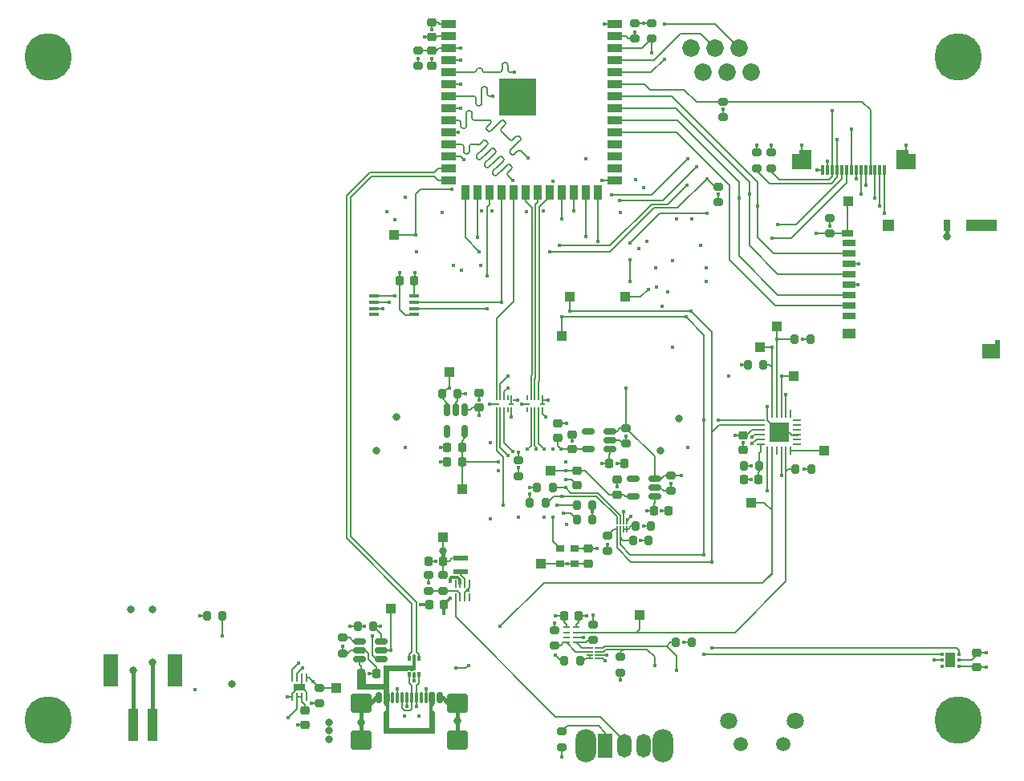
<source format=gbr>
%TF.GenerationSoftware,KiCad,Pcbnew,9.0.6+1*%
%TF.CreationDate,2026-01-19T19:04:29+00:00*%
%TF.ProjectId,Mainboard,4d61696e-626f-4617-9264-2e6b69636164, + (Unreleased)*%
%TF.SameCoordinates,Original*%
%TF.FileFunction,Copper,L1,Top*%
%TF.FilePolarity,Positive*%
%FSLAX46Y46*%
G04 Gerber Fmt 4.6, Leading zero omitted, Abs format (unit mm)*
G04 Created by KiCad (PCBNEW 9.0.6+1) date 2026-01-19 19:04:29*
%MOMM*%
%LPD*%
G01*
G04 APERTURE LIST*
G04 Aperture macros list*
%AMRoundRect*
0 Rectangle with rounded corners*
0 $1 Rounding radius*
0 $2 $3 $4 $5 $6 $7 $8 $9 X,Y pos of 4 corners*
0 Add a 4 corners polygon primitive as box body*
4,1,4,$2,$3,$4,$5,$6,$7,$8,$9,$2,$3,0*
0 Add four circle primitives for the rounded corners*
1,1,$1+$1,$2,$3*
1,1,$1+$1,$4,$5*
1,1,$1+$1,$6,$7*
1,1,$1+$1,$8,$9*
0 Add four rect primitives between the rounded corners*
20,1,$1+$1,$2,$3,$4,$5,0*
20,1,$1+$1,$4,$5,$6,$7,0*
20,1,$1+$1,$6,$7,$8,$9,0*
20,1,$1+$1,$8,$9,$2,$3,0*%
%AMRotRect*
0 Rectangle, with rotation*
0 The origin of the aperture is its center*
0 $1 length*
0 $2 width*
0 $3 Rotation angle, in degrees counterclockwise*
0 Add horizontal line*
21,1,$1,$2,0,0,$3*%
%AMFreePoly0*
4,1,7,1.050000,-0.975000,-0.250000,-0.975000,-0.250000,-0.625000,-1.050000,-0.625000,-1.050000,0.975000,1.050000,0.975000,1.050000,-0.975000,1.050000,-0.975000,$1*%
%AMFreePoly1*
4,1,7,1.050000,-0.625000,0.250000,-0.625000,0.250000,-0.975000,-1.050000,-0.975000,-1.050000,0.975000,1.050000,0.975000,1.050000,-0.625000,1.050000,-0.625000,$1*%
G04 Aperture macros list end*
%TA.AperFunction,SMDPad,CuDef*%
%ADD10R,1.000000X1.000000*%
%TD*%
%TA.AperFunction,SMDPad,CuDef*%
%ADD11RoundRect,0.225000X0.250000X-0.225000X0.250000X0.225000X-0.250000X0.225000X-0.250000X-0.225000X0*%
%TD*%
%TA.AperFunction,SMDPad,CuDef*%
%ADD12R,1.100000X0.400000*%
%TD*%
%TA.AperFunction,SMDPad,CuDef*%
%ADD13RoundRect,0.225000X0.225000X0.250000X-0.225000X0.250000X-0.225000X-0.250000X0.225000X-0.250000X0*%
%TD*%
%TA.AperFunction,SMDPad,CuDef*%
%ADD14RoundRect,0.200000X-0.200000X-0.275000X0.200000X-0.275000X0.200000X0.275000X-0.200000X0.275000X0*%
%TD*%
%TA.AperFunction,SMDPad,CuDef*%
%ADD15RoundRect,0.200000X0.275000X-0.200000X0.275000X0.200000X-0.275000X0.200000X-0.275000X-0.200000X0*%
%TD*%
%TA.AperFunction,SMDPad,CuDef*%
%ADD16RoundRect,0.225000X-0.250000X0.225000X-0.250000X-0.225000X0.250000X-0.225000X0.250000X0.225000X0*%
%TD*%
%TA.AperFunction,SMDPad,CuDef*%
%ADD17RoundRect,0.200000X-0.275000X0.200000X-0.275000X-0.200000X0.275000X-0.200000X0.275000X0.200000X0*%
%TD*%
%TA.AperFunction,SMDPad,CuDef*%
%ADD18R,0.850000X0.650000*%
%TD*%
%TA.AperFunction,SMDPad,CuDef*%
%ADD19RoundRect,0.075000X0.075000X0.475000X-0.075000X0.475000X-0.075000X-0.475000X0.075000X-0.475000X0*%
%TD*%
%TA.AperFunction,SMDPad,CuDef*%
%ADD20FreePoly0,180.000000*%
%TD*%
%TA.AperFunction,SMDPad,CuDef*%
%ADD21FreePoly1,180.000000*%
%TD*%
%TA.AperFunction,SMDPad,CuDef*%
%ADD22RoundRect,0.150000X0.512500X0.150000X-0.512500X0.150000X-0.512500X-0.150000X0.512500X-0.150000X0*%
%TD*%
%TA.AperFunction,SMDPad,CuDef*%
%ADD23R,0.650000X0.170000*%
%TD*%
%TA.AperFunction,SMDPad,CuDef*%
%ADD24RoundRect,0.200000X0.200000X0.275000X-0.200000X0.275000X-0.200000X-0.275000X0.200000X-0.275000X0*%
%TD*%
%TA.AperFunction,SMDPad,CuDef*%
%ADD25RoundRect,0.093750X-0.093750X-0.106250X0.093750X-0.106250X0.093750X0.106250X-0.093750X0.106250X0*%
%TD*%
%TA.AperFunction,HeatsinkPad*%
%ADD26R,1.000000X1.600000*%
%TD*%
%TA.AperFunction,ComponentPad*%
%ADD27C,0.800000*%
%TD*%
%TA.AperFunction,ComponentPad*%
%ADD28C,5.000000*%
%TD*%
%TA.AperFunction,SMDPad,CuDef*%
%ADD29R,0.170000X0.650000*%
%TD*%
%TA.AperFunction,SMDPad,CuDef*%
%ADD30RoundRect,0.062500X0.062500X-0.325000X0.062500X0.325000X-0.062500X0.325000X-0.062500X-0.325000X0*%
%TD*%
%TA.AperFunction,HeatsinkPad*%
%ADD31R,1.200000X0.800000*%
%TD*%
%TA.AperFunction,SMDPad,CuDef*%
%ADD32RoundRect,0.225000X-0.225000X-0.250000X0.225000X-0.250000X0.225000X0.250000X-0.225000X0.250000X0*%
%TD*%
%TA.AperFunction,SMDPad,CuDef*%
%ADD33RoundRect,0.093750X0.093750X-0.156250X0.093750X0.156250X-0.093750X0.156250X-0.093750X-0.156250X0*%
%TD*%
%TA.AperFunction,SMDPad,CuDef*%
%ADD34RoundRect,0.075000X0.075000X-0.250000X0.075000X0.250000X-0.075000X0.250000X-0.075000X-0.250000X0*%
%TD*%
%TA.AperFunction,SMDPad,CuDef*%
%ADD35R,0.700000X0.270000*%
%TD*%
%TA.AperFunction,SMDPad,CuDef*%
%ADD36RoundRect,0.062500X0.062500X-0.337500X0.062500X0.337500X-0.062500X0.337500X-0.062500X-0.337500X0*%
%TD*%
%TA.AperFunction,SMDPad,CuDef*%
%ADD37R,0.200000X0.600000*%
%TD*%
%TA.AperFunction,SMDPad,CuDef*%
%ADD38R,0.250000X0.150000*%
%TD*%
%TA.AperFunction,SMDPad,CuDef*%
%ADD39R,0.600000X0.200000*%
%TD*%
%TA.AperFunction,ComponentPad*%
%ADD40C,1.500000*%
%TD*%
%TA.AperFunction,ComponentPad*%
%ADD41C,1.800000*%
%TD*%
%TA.AperFunction,SMDPad,CuDef*%
%ADD42RoundRect,0.062500X0.062500X-0.375000X0.062500X0.375000X-0.062500X0.375000X-0.062500X-0.375000X0*%
%TD*%
%TA.AperFunction,SMDPad,CuDef*%
%ADD43RoundRect,0.062500X0.375000X-0.062500X0.375000X0.062500X-0.375000X0.062500X-0.375000X-0.062500X0*%
%TD*%
%TA.AperFunction,HeatsinkPad*%
%ADD44R,2.100000X2.100000*%
%TD*%
%TA.AperFunction,SMDPad,CuDef*%
%ADD45R,1.500000X0.900000*%
%TD*%
%TA.AperFunction,SMDPad,CuDef*%
%ADD46R,0.900000X1.500000*%
%TD*%
%TA.AperFunction,HeatsinkPad*%
%ADD47R,3.900000X3.900000*%
%TD*%
%TA.AperFunction,SMDPad,CuDef*%
%ADD48RoundRect,0.137500X0.662500X-0.137500X0.662500X0.137500X-0.662500X0.137500X-0.662500X-0.137500X0*%
%TD*%
%TA.AperFunction,SMDPad,CuDef*%
%ADD49RoundRect,0.150000X-0.150000X0.512500X-0.150000X-0.512500X0.150000X-0.512500X0.150000X0.512500X0*%
%TD*%
%TA.AperFunction,ComponentPad*%
%ADD50O,2.200000X3.500000*%
%TD*%
%TA.AperFunction,ComponentPad*%
%ADD51R,1.500000X2.500000*%
%TD*%
%TA.AperFunction,ComponentPad*%
%ADD52O,1.500000X2.500000*%
%TD*%
%TA.AperFunction,SMDPad,CuDef*%
%ADD53R,1.000000X3.500000*%
%TD*%
%TA.AperFunction,SMDPad,CuDef*%
%ADD54R,1.500000X3.400000*%
%TD*%
%TA.AperFunction,SMDPad,CuDef*%
%ADD55R,1.400000X0.700000*%
%TD*%
%TA.AperFunction,SMDPad,CuDef*%
%ADD56R,1.200000X0.700000*%
%TD*%
%TA.AperFunction,SMDPad,CuDef*%
%ADD57R,0.800000X1.200000*%
%TD*%
%TA.AperFunction,SMDPad,CuDef*%
%ADD58R,1.900000X1.500000*%
%TD*%
%TA.AperFunction,SMDPad,CuDef*%
%ADD59RotRect,0.200000X0.200000X135.000000*%
%TD*%
%TA.AperFunction,SMDPad,CuDef*%
%ADD60R,0.500000X0.500000*%
%TD*%
%TA.AperFunction,SMDPad,CuDef*%
%ADD61R,1.400000X1.000000*%
%TD*%
%TA.AperFunction,SMDPad,CuDef*%
%ADD62R,1.200000X1.200000*%
%TD*%
%TA.AperFunction,SMDPad,CuDef*%
%ADD63R,3.200000X1.200000*%
%TD*%
%TA.AperFunction,SMDPad,CuDef*%
%ADD64RoundRect,0.150000X-0.150000X-0.425000X0.150000X-0.425000X0.150000X0.425000X-0.150000X0.425000X0*%
%TD*%
%TA.AperFunction,SMDPad,CuDef*%
%ADD65RoundRect,0.075000X-0.075000X-0.500000X0.075000X-0.500000X0.075000X0.500000X-0.075000X0.500000X0*%
%TD*%
%TA.AperFunction,SMDPad,CuDef*%
%ADD66RoundRect,0.250000X-0.840000X-0.750000X0.840000X-0.750000X0.840000X0.750000X-0.840000X0.750000X0*%
%TD*%
%TA.AperFunction,ComponentPad*%
%ADD67C,1.850000*%
%TD*%
%TA.AperFunction,ViaPad*%
%ADD68C,0.450000*%
%TD*%
%TA.AperFunction,ViaPad*%
%ADD69C,0.800000*%
%TD*%
%TA.AperFunction,Conductor*%
%ADD70C,0.200000*%
%TD*%
%TA.AperFunction,Conductor*%
%ADD71C,0.400000*%
%TD*%
%TA.AperFunction,Conductor*%
%ADD72C,0.300000*%
%TD*%
G04 APERTURE END LIST*
D10*
%TO.P,TP701,1,1*%
%TO.N,Net-(IC702-OUT)*%
X201200000Y-181200000D03*
%TD*%
D11*
%TO.P,C811,1*%
%TO.N,Lepton-2V8*%
X225000000Y-169150000D03*
%TO.P,C811,2*%
%TO.N,GND*%
X225000000Y-167600000D03*
%TD*%
D12*
%TO.P,IC1104,1,LED0*%
%TO.N,/Project Architecture/Peripherals/LED-Flash_{2}*%
X199350000Y-148225000D03*
%TO.P,IC1104,2,LED1*%
%TO.N,/Project Architecture/Peripherals/LED-Flash_{1}*%
X199350000Y-148875000D03*
%TO.P,IC1104,3,LED2*%
%TO.N,/Project Architecture/Display/Display-Backlight*%
X199350000Y-149525000D03*
%TO.P,IC1104,4,LED3*%
%TO.N,unconnected-(IC1104-LED3-Pad4)*%
X199350000Y-150175000D03*
%TO.P,IC1104,5,GND*%
%TO.N,GND*%
X203650000Y-150175000D03*
%TO.P,IC1104,6,SCL*%
%TO.N,/Project Architecture/Battery/I2C-SCL*%
X203650000Y-149525000D03*
%TO.P,IC1104,7,SDA*%
%TO.N,/Project Architecture/Battery/I2C-SDA*%
X203650000Y-148875000D03*
%TO.P,IC1104,8,VDD*%
%TO.N,+3V3*%
X203650000Y-148225000D03*
%TD*%
D13*
%TO.P,C806,1*%
%TO.N,+3V3*%
X206700000Y-176225000D03*
%TO.P,C806,2*%
%TO.N,GND*%
X205150000Y-176225000D03*
%TD*%
D10*
%TO.P,TP802,1,1*%
%TO.N,Camera-1V5*%
X201500000Y-141737501D03*
%TD*%
D14*
%TO.P,R1202,1*%
%TO.N,GND*%
X238825000Y-155500000D03*
%TO.P,R1202,2*%
%TO.N,/Project Architecture/Camera/Camera-PWR*%
X240475000Y-155500000D03*
%TD*%
D15*
%TO.P,R1402,1*%
%TO.N,/Project Architecture/Display/~{Touch-Reset}*%
X241300000Y-134700000D03*
%TO.P,R1402,2*%
%TO.N,+3V3*%
X241300000Y-133050000D03*
%TD*%
D16*
%TO.P,C901,1*%
%TO.N,/Project Architecture/MCU/ESP-Enable*%
X205500000Y-122325000D03*
%TO.P,C901,2*%
%TO.N,GND*%
X205500000Y-123875000D03*
%TD*%
D17*
%TO.P,R805,1*%
%TO.N,/Project Architecture/Lepton/~{Lepton-PWR}*%
X226000000Y-162150000D03*
%TO.P,R805,2*%
%TO.N,GND*%
X226000000Y-163800000D03*
%TD*%
D18*
%TO.P,Y1001,1,Tri-State*%
%TO.N,Lepton-3V0*%
X220575000Y-176500000D03*
%TO.P,Y1001,2,GND*%
%TO.N,GND*%
X220575000Y-174850000D03*
%TO.P,Y1001,3,OUT*%
%TO.N,Net-(X1001-Pin_26)*%
X219025000Y-174850000D03*
%TO.P,Y1001,4,VDD*%
%TO.N,Lepton-3V0*%
X219025000Y-176500000D03*
%TD*%
D19*
%TO.P,X1401,1,Pin_1*%
%TO.N,/Project Architecture/Display/Display-Backlight*%
X253250000Y-134900000D03*
%TO.P,X1401,2,Pin_2*%
%TO.N,/Project Architecture/Display/SPI-MISO*%
X252750000Y-134900000D03*
%TO.P,X1401,3,Pin_3*%
%TO.N,/Project Architecture/Display/SPI-MOSI*%
X252250000Y-134900000D03*
%TO.P,X1401,4,Pin_4*%
%TO.N,/Project Architecture/Display/~{Display-CS}*%
X251750000Y-134900000D03*
%TO.P,X1401,5,Pin_5*%
%TO.N,/Project Architecture/Display/Display-DC*%
X251250000Y-134900000D03*
%TO.P,X1401,6,Pin_6*%
%TO.N,/Project Architecture/Display/SPI-SCLK*%
X250750000Y-134900000D03*
%TO.P,X1401,7,Pin_7*%
%TO.N,/Project Architecture/Display/~{Display-Reset}*%
X250250000Y-134900000D03*
%TO.P,X1401,8,Pin_8*%
%TO.N,/Project Architecture/Display/~{Display-Expander-Int}*%
X249750000Y-134900000D03*
%TO.P,X1401,9,Pin_9*%
%TO.N,/Project Architecture/Battery/I2C-SCL*%
X249250000Y-134900000D03*
%TO.P,X1401,10,Pin_10*%
%TO.N,/Project Architecture/Battery/I2C-SDA*%
X248750000Y-134900000D03*
%TO.P,X1401,11,Pin_11*%
%TO.N,/Project Architecture/Display/~{Touch-IRQ}*%
X248250000Y-134900000D03*
%TO.P,X1401,12,Pin_12*%
%TO.N,/Project Architecture/Display/~{Touch-Reset}*%
X247750000Y-134900000D03*
%TO.P,X1401,13,Pin_13*%
%TO.N,GND*%
X247250000Y-134900000D03*
%TO.P,X1401,14,Pin_14*%
%TO.N,+3V3*%
X246750000Y-134900000D03*
D20*
%TO.P,X1401,MP,MountPin*%
%TO.N,GND*%
X255500000Y-133775000D03*
D21*
X244500000Y-133775000D03*
%TD*%
D10*
%TO.P,TP806,1,1*%
%TO.N,Lepton-1V2*%
X208675000Y-168600000D03*
%TD*%
%TO.P,TP801,1,1*%
%TO.N,Camera-2V8*%
X225900000Y-148300000D03*
%TD*%
D13*
%TO.P,C1101,1*%
%TO.N,Net-(IC1101-~{RESET})*%
X239975000Y-167600000D03*
%TO.P,C1101,2*%
%TO.N,GND*%
X238425000Y-167600000D03*
%TD*%
D22*
%TO.P,IC804,1,IN*%
%TO.N,+3V3*%
X224275000Y-164375000D03*
%TO.P,IC804,2,GND*%
%TO.N,GND*%
X224275000Y-163425000D03*
%TO.P,IC804,3,EN*%
%TO.N,/Project Architecture/Lepton/~{Lepton-PWR}*%
X224275000Y-162475000D03*
%TO.P,IC804,4,NC*%
%TO.N,unconnected-(IC804-NC-Pad4)*%
X222000000Y-162475000D03*
%TO.P,IC804,5,OUT*%
%TO.N,Lepton-3V0*%
X222000000Y-164375000D03*
%TD*%
D23*
%TO.P,IC1103,1,GND*%
%TO.N,GND*%
X223024999Y-186450000D03*
%TO.P,IC1103,2,VCC_{1}*%
%TO.N,+3V3*%
X223025000Y-186100000D03*
%TO.P,IC1103,3,SCL_{1}*%
%TO.N,/Project Architecture/Battery/I2C-SCL*%
X223025000Y-185750000D03*
%TO.P,IC1103,4,SDA_{1}*%
%TO.N,/Project Architecture/Battery/I2C-SDA*%
X223024999Y-185400000D03*
%TO.P,IC1103,5,SDA_{2}*%
%TO.N,Net-(IC1103-SDA_{2})*%
X222175001Y-185400000D03*
%TO.P,IC1103,6,SCL_{2}*%
%TO.N,Net-(IC1103-SCL_{2})*%
X222175000Y-185750000D03*
%TO.P,IC1103,7,VCC_{2}*%
%TO.N,Net-(IC1103-EN)*%
X222175000Y-186100000D03*
%TO.P,IC1103,8,EN*%
X222175001Y-186450000D03*
%TD*%
D15*
%TO.P,R1110,1*%
%TO.N,Net-(IC1103-SCL_{2})*%
X218400000Y-185125000D03*
%TO.P,R1110,2*%
%TO.N,+BATT*%
X218400000Y-183475000D03*
%TD*%
D10*
%TO.P,TP1101,1,1*%
%TO.N,/Project Architecture/Battery/I2C-SDA*%
X220000000Y-148300000D03*
%TD*%
D11*
%TO.P,C1003,1*%
%TO.N,Lepton-3V0*%
X222000000Y-176450000D03*
%TO.P,C1003,2*%
%TO.N,GND*%
X222000000Y-174900000D03*
%TD*%
D24*
%TO.P,R1006,1*%
%TO.N,+3V3*%
X228625000Y-172500000D03*
%TO.P,R1006,2*%
%TO.N,Net-(IC1002-EN)*%
X226975000Y-172500000D03*
%TD*%
D17*
%TO.P,R902,1*%
%TO.N,/Project Architecture/Battery/I2C-SDA*%
X224000000Y-173475000D03*
%TO.P,R902,2*%
%TO.N,+3V3*%
X224000000Y-175125000D03*
%TD*%
D24*
%TO.P,R704,1*%
%TO.N,/Project Architecture/Battery/Battery-Charge*%
X199330000Y-183100000D03*
%TO.P,R704,2*%
%TO.N,+3V3*%
X197680000Y-183100000D03*
%TD*%
D25*
%TO.P,IC1102,1,SCL*%
%TO.N,/Project Architecture/Battery/I2C-SCL*%
X259300000Y-186000000D03*
%TO.P,IC1102,2,GND*%
%TO.N,GND*%
X259300000Y-186650000D03*
%TO.P,IC1102,3,ALERT*%
%TO.N,unconnected-(IC1102-ALERT-Pad3)*%
X259300000Y-187300000D03*
%TO.P,IC1102,4,ADD0*%
%TO.N,GND*%
X261075000Y-187300000D03*
%TO.P,IC1102,5,V+*%
%TO.N,+3V3*%
X261075000Y-186650000D03*
%TO.P,IC1102,6,SDA*%
%TO.N,/Project Architecture/Battery/I2C-SDA*%
X261075000Y-186000000D03*
D26*
%TO.P,IC1102,7*%
%TO.N,N/C*%
X260187500Y-186650000D03*
%TD*%
D14*
%TO.P,R1203,1*%
%TO.N,/Project Architecture/Camera/~{Camera-Reset}*%
X243775000Y-152800000D03*
%TO.P,R1203,2*%
%TO.N,+3V3*%
X245425000Y-152800000D03*
%TD*%
D16*
%TO.P,C1103,1*%
%TO.N,+3V3*%
X262987500Y-185875000D03*
%TO.P,C1103,2*%
%TO.N,GND*%
X262987500Y-187425000D03*
%TD*%
D24*
%TO.P,R1003,1*%
%TO.N,Lepton-3V0*%
X222425000Y-171800000D03*
%TO.P,R1003,2*%
%TO.N,/Project Architecture/Lepton/~{Lepton-Reset}_{LV}*%
X220775000Y-171800000D03*
%TD*%
D10*
%TO.P,TP1109,1,1*%
%TO.N,/Project Architecture/Battery/Battery-Charge*%
X239200000Y-170000000D03*
%TD*%
D15*
%TO.P,R1403,1*%
%TO.N,/Project Architecture/Display/~{Touch-IRQ}*%
X239800000Y-134700000D03*
%TO.P,R1403,2*%
%TO.N,+3V3*%
X239800000Y-133050000D03*
%TD*%
D27*
%TO.P,REF\u002A\u002A,1*%
%TO.N,N/C*%
X259125000Y-123000000D03*
X259674175Y-121674175D03*
X259674175Y-124325825D03*
X261000000Y-121125000D03*
D28*
X261000000Y-123000000D03*
D27*
X261000000Y-124875000D03*
X262325825Y-121674175D03*
X262325825Y-124325825D03*
X262875000Y-123000000D03*
%TD*%
D11*
%TO.P,C810,1*%
%TO.N,Lepton-3V0*%
X220300000Y-164350000D03*
%TO.P,C810,2*%
%TO.N,GND*%
X220300000Y-162800000D03*
%TD*%
D24*
%TO.P,R1001,1*%
%TO.N,Lepton-3V0*%
X222425000Y-170250000D03*
%TO.P,R1001,2*%
%TO.N,/Project Architecture/Lepton/~{Lepton-PWR}_{LV}*%
X220775000Y-170250000D03*
%TD*%
D14*
%TO.P,R1112,1*%
%TO.N,/Project Architecture/Peripherals/~{RTC-INT}*%
X243870000Y-166500000D03*
%TO.P,R1112,2*%
%TO.N,+3V3*%
X245520000Y-166500000D03*
%TD*%
%TO.P,R901,1*%
%TO.N,/Project Architecture/Battery/I2C-SCL*%
X226700000Y-174000000D03*
%TO.P,R901,2*%
%TO.N,+3V3*%
X228350000Y-174000000D03*
%TD*%
D29*
%TO.P,IC1002,1,GND*%
%TO.N,GND*%
X226050000Y-171950002D03*
%TO.P,IC1002,2,VCC_{1}*%
%TO.N,Lepton-3V0*%
X225700000Y-171950001D03*
%TO.P,IC1002,3,SCL_{1}*%
%TO.N,/Project Architecture/Lepton/SCL_{LV}*%
X225350000Y-171950001D03*
%TO.P,IC1002,4,SDA_{1}*%
%TO.N,/Project Architecture/Lepton/SDA_{LV}*%
X225000000Y-171950002D03*
%TO.P,IC1002,5,SDA_{2}*%
%TO.N,/Project Architecture/Battery/I2C-SDA*%
X225000000Y-172800000D03*
%TO.P,IC1002,6,SCL_{2}*%
%TO.N,/Project Architecture/Battery/I2C-SCL*%
X225350000Y-172800001D03*
%TO.P,IC1002,7,VCC_{2}*%
%TO.N,Net-(IC1002-EN)*%
X225700000Y-172800001D03*
%TO.P,IC1002,8,EN*%
X226050000Y-172800000D03*
%TD*%
D10*
%TO.P,TP1106,1,1*%
%TO.N,/Project Architecture/Lepton/~{Lepton-Reset}*%
X243700000Y-156700000D03*
%TD*%
%TO.P,TP804,1,1*%
%TO.N,Lepton-3V0*%
X217000000Y-176500000D03*
%TD*%
D24*
%TO.P,R1004,1*%
%TO.N,/Project Architecture/Lepton/SCL_{LV}*%
X218225000Y-168450000D03*
%TO.P,R1004,2*%
%TO.N,Lepton-3V0*%
X216575000Y-168450000D03*
%TD*%
D15*
%TO.P,R1111,1*%
%TO.N,Net-(IC1103-SDA_{2})*%
X222500000Y-184525000D03*
%TO.P,R1111,2*%
%TO.N,+BATT*%
X222500000Y-182875000D03*
%TD*%
D17*
%TO.P,R806,1*%
%TO.N,/Project Architecture/Lepton/~{Lepton-PWR}*%
X230700000Y-167150000D03*
%TO.P,R806,2*%
%TO.N,GND*%
X230700000Y-168800000D03*
%TD*%
D30*
%TO.P,IC703,1,CTG*%
%TO.N,GND*%
X190750000Y-190487500D03*
%TO.P,IC703,2,CELL*%
%TO.N,Net-(IC703-CELL)*%
X191250000Y-190487500D03*
%TO.P,IC703,3,VDD*%
X191750000Y-190487500D03*
%TO.P,IC703,4,GND*%
%TO.N,GND*%
X192250000Y-190487500D03*
%TO.P,IC703,5,~{ALERT}*%
%TO.N,/Project Architecture/Battery/~{Battery-Alert}*%
X192250000Y-188512500D03*
%TO.P,IC703,6,QSTRT*%
%TO.N,GND*%
X191750000Y-188512500D03*
%TO.P,IC703,7,SCL*%
%TO.N,/Project Architecture/Battery/I2C-SCL*%
X191250000Y-188512500D03*
%TO.P,IC703,8,SDA*%
%TO.N,/Project Architecture/Battery/I2C-SDA*%
X190750000Y-188512500D03*
D31*
%TO.P,IC703,9,EP*%
%TO.N,GND*%
X191500000Y-189500000D03*
%TD*%
D10*
%TO.P,TP803,1,1*%
%TO.N,+3V3*%
X206700000Y-173700000D03*
%TD*%
%TO.P,TP805,1,1*%
%TO.N,Lepton-2V8*%
X218000000Y-166650000D03*
%TD*%
D32*
%TO.P,C808,1*%
%TO.N,+3V3*%
X228925000Y-170875000D03*
%TO.P,C808,2*%
%TO.N,GND*%
X230475000Y-170875000D03*
%TD*%
D33*
%TO.P,IC701,1,I/O1*%
%TO.N,Net-(IC701-I{slash}O1-Pad1)*%
X203067500Y-188150000D03*
D34*
%TO.P,IC701,2,GND*%
%TO.N,GND*%
X203605000Y-188225000D03*
D33*
%TO.P,IC701,3,I/O2*%
%TO.N,Net-(IC701-I{slash}O2-Pad3)*%
X204142500Y-188150000D03*
%TO.P,IC701,4,I/O2*%
%TO.N,/Project Architecture/Battery/USB-D+*%
X204142500Y-186450000D03*
D34*
%TO.P,IC701,5,VBUS*%
%TO.N,Net-(IC701-VBUS)*%
X203605000Y-186375000D03*
D33*
%TO.P,IC701,6,I/O1*%
%TO.N,/Project Architecture/Battery/USB-D-*%
X203067500Y-186450000D03*
%TD*%
D10*
%TO.P,TP1102,1,1*%
%TO.N,/Project Architecture/Battery/I2C-SCL*%
X219200000Y-152400000D03*
%TD*%
D24*
%TO.P,R1005,1*%
%TO.N,/Project Architecture/Lepton/SDA_{LV}*%
X217475000Y-170000000D03*
%TO.P,R1005,2*%
%TO.N,Lepton-3V0*%
X215825000Y-170000000D03*
%TD*%
D32*
%TO.P,C701,1*%
%TO.N,Net-(IC701-VBUS)*%
X198055000Y-188100000D03*
%TO.P,C701,2*%
%TO.N,GND*%
X199605000Y-188100000D03*
%TD*%
D14*
%TO.P,R807,1*%
%TO.N,/Project Architecture/Lepton/~{Lepton-PWR}*%
X206550000Y-158500000D03*
%TO.P,R807,2*%
%TO.N,GND*%
X208200000Y-158500000D03*
%TD*%
D15*
%TO.P,R1301,1*%
%TO.N,/Project Architecture/Peripherals/~{SD-CD}*%
X247500000Y-141625000D03*
%TO.P,R1301,2*%
%TO.N,+3V3*%
X247500000Y-139975000D03*
%TD*%
D14*
%TO.P,R1108,1*%
%TO.N,/Project Architecture/Battery/I2C-SDA*%
X231250000Y-184800000D03*
%TO.P,R1108,2*%
%TO.N,+3V3*%
X232900000Y-184800000D03*
%TD*%
D35*
%TO.P,IC1105,1,SDA*%
%TO.N,Net-(IC1103-SDA_{2})*%
X220700000Y-184810000D03*
%TO.P,IC1105,2,CLKOE*%
%TO.N,GND*%
X220700000Y-184270000D03*
%TO.P,IC1105,3,~{INT}*%
%TO.N,/Project Architecture/Peripherals/~{RTC-INT}*%
X220700000Y-183730000D03*
%TO.P,IC1105,4,GND*%
%TO.N,GND*%
X220700000Y-183190000D03*
%TO.P,IC1105,5,V_{DD}*%
%TO.N,+BATT*%
X219700000Y-183190000D03*
%TO.P,IC1105,6,NC*%
%TO.N,unconnected-(IC1105-NC-Pad6)*%
X219700000Y-183730000D03*
%TO.P,IC1105,7,CLKOUT*%
%TO.N,unconnected-(IC1105-CLKOUT-Pad7)*%
X219700000Y-184270000D03*
%TO.P,IC1105,8,SCL*%
%TO.N,Net-(IC1103-SCL_{2})*%
X219700000Y-184810000D03*
%TD*%
D36*
%TO.P,IC801,1,EN*%
%TO.N,Net-(IC801-EN)*%
X207979999Y-180025000D03*
%TO.P,IC801,2,FB*%
%TO.N,Net-(IC801-FB)*%
X208480000Y-180025000D03*
%TO.P,IC801,3,AGND*%
%TO.N,GND*%
X208980000Y-180025000D03*
%TO.P,IC801,4,NC*%
%TO.N,unconnected-(IC801-NC-Pad4)*%
X209480001Y-180025000D03*
%TO.P,IC801,5,PGND*%
%TO.N,GND*%
X209480001Y-178575000D03*
%TO.P,IC801,6,SW*%
%TO.N,Net-(IC801-SW)*%
X208980000Y-178575000D03*
%TO.P,IC801,7,VIN*%
%TO.N,+BATT*%
X208480000Y-178575000D03*
%TO.P,IC801,8,PG*%
%TO.N,unconnected-(IC801-PG-Pad8)*%
X207979999Y-178575000D03*
%TD*%
D17*
%TO.P,R1401,1*%
%TO.N,/Project Architecture/Display/~{Display-CS}*%
X236200000Y-127675000D03*
%TO.P,R1401,2*%
%TO.N,+3V3*%
X236200000Y-129325000D03*
%TD*%
%TO.P,R903,1*%
%TO.N,/Project Architecture/MCU/ESP-Enable*%
X204000000Y-122275000D03*
%TO.P,R903,2*%
%TO.N,+3V3*%
X204000000Y-123925000D03*
%TD*%
D11*
%TO.P,C902,1*%
%TO.N,+3V3*%
X205500000Y-120875000D03*
%TO.P,C902,2*%
%TO.N,GND*%
X205500000Y-119325000D03*
%TD*%
D13*
%TO.P,C1104,1*%
%TO.N,+3V3*%
X203650000Y-146600000D03*
%TO.P,C1104,2*%
%TO.N,GND*%
X202100000Y-146600000D03*
%TD*%
D17*
%TO.P,R1107,1*%
%TO.N,/Project Architecture/Battery/I2C-SCL*%
X225400000Y-186300000D03*
%TO.P,R1107,2*%
%TO.N,+3V3*%
X225400000Y-187950000D03*
%TD*%
D37*
%TO.P,IC1001,1,VCCA*%
%TO.N,+3V3*%
X213900001Y-158950000D03*
D38*
X214075001Y-159175000D03*
D37*
%TO.P,IC1001,2,A1*%
%TO.N,unconnected-(IC1001-A1-Pad2)*%
X213500001Y-158950000D03*
%TO.P,IC1001,3,A2*%
%TO.N,/Project Architecture/Lepton/~{Lepton-PWR}*%
X213100001Y-158950000D03*
%TO.P,IC1001,4,A3*%
%TO.N,/Project Architecture/Lepton/~{Lepton-Reset}*%
X212700001Y-158950000D03*
%TO.P,IC1001,5,A4*%
%TO.N,/Project Architecture/Lepton/Lepton-VSync*%
X212300001Y-158950000D03*
D39*
%TO.P,IC1001,6,GND*%
%TO.N,GND*%
X212300001Y-159600000D03*
D37*
%TO.P,IC1001,7,B4*%
%TO.N,/Project Architecture/Lepton/Lepton-VSync_{LV}*%
X212300001Y-160250000D03*
%TO.P,IC1001,8,B3*%
%TO.N,/Project Architecture/Lepton/~{Lepton-Reset}_{LV}*%
X212700001Y-160250000D03*
%TO.P,IC1001,9,B2*%
%TO.N,/Project Architecture/Lepton/~{Lepton-PWR}_{LV}*%
X213100001Y-160250000D03*
%TO.P,IC1001,10,B1*%
%TO.N,unconnected-(IC1001-B1-Pad10)*%
X213500001Y-160250000D03*
%TO.P,IC1001,11,VCCB*%
%TO.N,Lepton-3V0*%
X213900001Y-160250000D03*
D39*
%TO.P,IC1001,12,OE*%
%TO.N,+3V3*%
X213900001Y-159600000D03*
%TD*%
D15*
%TO.P,R1102,1*%
%TO.N,/Project Architecture/MCU/~{Expander-Int}*%
X226900000Y-121025000D03*
%TO.P,R1102,2*%
%TO.N,+3V3*%
X226900000Y-119375000D03*
%TD*%
D17*
%TO.P,R1002,1*%
%TO.N,Net-(X1001-Pin_11)*%
X214650000Y-165575000D03*
%TO.P,R1002,2*%
%TO.N,GND*%
X214650000Y-167225000D03*
%TD*%
D40*
%TO.P,SW901,1,1*%
%TO.N,/Project Architecture/MCU/ESP-Enable*%
X242550000Y-195550000D03*
%TO.P,SW901,2,2*%
%TO.N,GND*%
X238050000Y-195550000D03*
D41*
%TO.P,SW901,SH,B*%
X236800000Y-193050000D03*
X243800000Y-193050000D03*
%TD*%
D15*
%TO.P,R1404,1*%
%TO.N,/Project Architecture/Display/~{Display-Expander-Int}*%
X228700000Y-121025000D03*
%TO.P,R1404,2*%
%TO.N,+3V3*%
X228700000Y-119375000D03*
%TD*%
D42*
%TO.P,IC1101,1,P0_0*%
%TO.N,/Project Architecture/Battery/~{Battery-Alert}*%
X240850000Y-164537500D03*
%TO.P,IC1101,2,P0_1*%
%TO.N,/Project Architecture/Battery/Battery-Charge*%
X241350000Y-164537499D03*
%TO.P,IC1101,3,P0_2*%
%TO.N,unconnected-(IC1101-P0_2-Pad3)*%
X241850000Y-164537500D03*
%TO.P,IC1101,4,P0_3*%
%TO.N,/Project Architecture/Lepton/~{Lepton-PWR}*%
X242350000Y-164537500D03*
%TO.P,IC1101,5,P0_4*%
%TO.N,/Project Architecture/Peripherals/~{RTC-INT}*%
X242850000Y-164537499D03*
%TO.P,IC1101,6,P0_5*%
%TO.N,/Project Architecture/Peripherals/LED-Flash*%
X243350000Y-164537500D03*
D43*
%TO.P,IC1101,7,P0_6*%
%TO.N,unconnected-(IC1101-P0_6-Pad7)*%
X244037500Y-163850000D03*
%TO.P,IC1101,8,P0_7*%
%TO.N,unconnected-(IC1101-P0_7-Pad8)*%
X244037499Y-163350000D03*
%TO.P,IC1101,9,V_{SS}*%
%TO.N,GND*%
X244037500Y-162850000D03*
%TO.P,IC1101,10,P1_0*%
%TO.N,unconnected-(IC1101-P1_0-Pad10)*%
X244037500Y-162350000D03*
%TO.P,IC1101,11,P1_1*%
%TO.N,unconnected-(IC1101-P1_1-Pad11)*%
X244037499Y-161850000D03*
%TO.P,IC1101,12,P1_2*%
%TO.N,unconnected-(IC1101-P1_2-Pad12)*%
X244037500Y-161350000D03*
D42*
%TO.P,IC1101,13,P1_3*%
%TO.N,unconnected-(IC1101-P1_3-Pad13)*%
X243350000Y-160662500D03*
%TO.P,IC1101,14,P1_4*%
%TO.N,/Project Architecture/Peripherals/~{SD-CD}*%
X242850000Y-160662501D03*
%TO.P,IC1101,15,P1_5*%
%TO.N,/Project Architecture/Lepton/~{Lepton-Reset}*%
X242350000Y-160662500D03*
%TO.P,IC1101,16,P1_6*%
%TO.N,/Project Architecture/Camera/~{Camera-Reset}*%
X241850000Y-160662500D03*
%TO.P,IC1101,17,P1_7*%
%TO.N,/Project Architecture/Camera/Camera-PWR*%
X241350000Y-160662501D03*
%TO.P,IC1101,18,ADDR*%
%TO.N,GND*%
X240850000Y-160662500D03*
D43*
%TO.P,IC1101,19,SCL*%
%TO.N,/Project Architecture/Battery/I2C-SCL*%
X240162500Y-161350000D03*
%TO.P,IC1101,20,SDA*%
%TO.N,/Project Architecture/Battery/I2C-SDA*%
X240162501Y-161850000D03*
%TO.P,IC1101,21,V_{DD(P)}*%
%TO.N,+3V3*%
X240162500Y-162350000D03*
%TO.P,IC1101,22,~{INT}*%
%TO.N,/Project Architecture/MCU/~{Expander-Int}*%
X240162500Y-162850000D03*
%TO.P,IC1101,23,V_{DD(I2C-bus)}*%
%TO.N,+3V3*%
X240162501Y-163350000D03*
%TO.P,IC1101,24,~{RESET}*%
%TO.N,Net-(IC1101-~{RESET})*%
X240162500Y-163850000D03*
D44*
%TO.P,IC1101,25,EP*%
%TO.N,GND*%
X242100000Y-162600000D03*
%TD*%
D10*
%TO.P,TP702,1,1*%
%TO.N,/Project Architecture/Battery/~{Battery-Alert}*%
X195400000Y-189575000D03*
%TD*%
D11*
%TO.P,C809,1*%
%TO.N,+3V3*%
X210475000Y-159975000D03*
%TO.P,C809,2*%
%TO.N,GND*%
X210475000Y-158425000D03*
%TD*%
D10*
%TO.P,TP1104,1,1*%
%TO.N,/Project Architecture/Camera/~{Camera-Reset}*%
X241850000Y-151400000D03*
%TD*%
D27*
%TO.P,REF\u002A\u002A,1*%
%TO.N,N/C*%
X259125000Y-193000000D03*
X259674175Y-191674175D03*
X259674175Y-194325825D03*
X261000000Y-191125000D03*
D28*
X261000000Y-193000000D03*
D27*
X261000000Y-194875000D03*
X262325825Y-191674175D03*
X262325825Y-194325825D03*
X262875000Y-193000000D03*
%TD*%
D10*
%TO.P,TP1103,1,1*%
%TO.N,/Project Architecture/Camera/Camera-PWR*%
X240100000Y-153600000D03*
%TD*%
D45*
%TO.P,M901,1,GND*%
%TO.N,GND*%
X207250000Y-119490000D03*
%TO.P,M901,2,3V3*%
%TO.N,+3V3*%
X207250000Y-120760000D03*
%TO.P,M901,3,EN*%
%TO.N,/Project Architecture/MCU/ESP-Enable*%
X207250000Y-122030000D03*
%TO.P,M901,4,IO4*%
%TO.N,/Project Architecture/Camera/Camera-D2*%
X207250000Y-123300000D03*
%TO.P,M901,5,IO5*%
%TO.N,/Project Architecture/Camera/Camera-D1*%
X207250000Y-124570000D03*
%TO.P,M901,6,IO6*%
%TO.N,/Project Architecture/Camera/Camera-D3*%
X207250000Y-125840000D03*
%TO.P,M901,7,IO7*%
%TO.N,/Project Architecture/Camera/Camera-D0*%
X207250000Y-127110000D03*
%TO.P,M901,8,IO15*%
%TO.N,/Project Architecture/Camera/Camera-D4*%
X207250000Y-128380000D03*
%TO.P,M901,9,IO16*%
%TO.N,/Project Architecture/Camera/Camera-D5*%
X207250000Y-129650000D03*
%TO.P,M901,10,IO17*%
%TO.N,/Project Architecture/Camera/Camera-D6*%
X207250000Y-130920000D03*
%TO.P,M901,11,IO18*%
%TO.N,/Project Architecture/Camera/Camera-D7*%
X207250000Y-132190000D03*
%TO.P,M901,12,IO8*%
%TO.N,/Project Architecture/Camera/Camera-PCLK*%
X207250000Y-133460000D03*
%TO.P,M901,13,USB_D-*%
%TO.N,/Project Architecture/Battery/USB-D-*%
X207250000Y-134730000D03*
%TO.P,M901,14,USB_D+*%
%TO.N,/Project Architecture/Battery/USB-D+*%
X207250000Y-136000000D03*
D46*
%TO.P,M901,15,IO3*%
%TO.N,/Project Architecture/Display/~{Display-Reset}*%
X209015000Y-137250000D03*
%TO.P,M901,16,IO46*%
%TO.N,/Project Architecture/Display/Display-DC*%
X210285000Y-137250000D03*
%TO.P,M901,17,IO9*%
%TO.N,/Project Architecture/Battery/I2C-SCL*%
X211555000Y-137250000D03*
%TO.P,M901,18,IO10*%
%TO.N,/Project Architecture/Battery/I2C-SDA*%
X212825000Y-137250000D03*
%TO.P,M901,19,IO11*%
%TO.N,/Project Architecture/Lepton/Lepton-VSync*%
X214095000Y-137250000D03*
%TO.P,M901,20,IO12*%
%TO.N,/Project Architecture/Lepton/Lepton-MISO*%
X215365000Y-137250000D03*
%TO.P,M901,21,IO13*%
%TO.N,/Project Architecture/Lepton/Lepton-SCLK*%
X216635000Y-137250000D03*
%TO.P,M901,22,IO14*%
%TO.N,/Project Architecture/Lepton/~{Lepton-CS}*%
X217905000Y-137250000D03*
%TO.P,M901,23,IO21*%
%TO.N,/Project Architecture/Display/~{Touch-IRQ}*%
X219175000Y-137250000D03*
%TO.P,M901,24,IO47*%
%TO.N,/Project Architecture/Display/~{Touch-Reset}*%
X220445000Y-137250000D03*
%TO.P,M901,25,IO48*%
%TO.N,/Project Architecture/Camera/Camera-HREF*%
X221715000Y-137250000D03*
%TO.P,M901,26,IO45*%
%TO.N,/Project Architecture/Camera/Camera-VSync*%
X222985000Y-137250000D03*
D45*
%TO.P,M901,27,IO0*%
%TO.N,/Project Architecture/MCU/ESP-Boot*%
X224750000Y-136000000D03*
%TO.P,M901,28,IO35*%
%TO.N,unconnected-(M901-IO35-Pad28)*%
X224750000Y-134730000D03*
%TO.P,M901,29,IO36*%
%TO.N,unconnected-(M901-IO36-Pad29)*%
X224750000Y-133460000D03*
%TO.P,M901,30,IO37*%
%TO.N,unconnected-(M901-IO37-Pad30)*%
X224750000Y-132190000D03*
%TO.P,M901,31,IO38*%
%TO.N,/Project Architecture/MCU/~{SD-CS}*%
X224750000Y-130920000D03*
%TO.P,M901,32,IO39*%
%TO.N,/Project Architecture/Display/SPI-MOSI*%
X224750000Y-129650000D03*
%TO.P,M901,33,IO40*%
%TO.N,/Project Architecture/Display/SPI-SCLK*%
X224750000Y-128380000D03*
%TO.P,M901,34,IO41*%
%TO.N,/Project Architecture/Display/SPI-MISO*%
X224750000Y-127110000D03*
%TO.P,M901,35,IO42*%
%TO.N,/Project Architecture/Display/~{Display-CS}*%
X224750000Y-125840000D03*
%TO.P,M901,36,RXD0*%
%TO.N,/Project Architecture/MCU/ESP-RxD*%
X224750000Y-124570000D03*
%TO.P,M901,37,TXD0*%
%TO.N,/Project Architecture/MCU/ESP-TxD*%
X224750000Y-123300000D03*
%TO.P,M901,38,IO2*%
%TO.N,/Project Architecture/Display/~{Display-Expander-Int}*%
X224750000Y-122030000D03*
%TO.P,M901,39,IO1*%
%TO.N,/Project Architecture/MCU/~{Expander-Int}*%
X224750000Y-120760000D03*
%TO.P,M901,40,GND*%
%TO.N,GND*%
X224750000Y-119490000D03*
D47*
%TO.P,M901,41,GND*%
X214500000Y-127210000D03*
%TD*%
D32*
%TO.P,C1105,1*%
%TO.N,+BATT*%
X219425000Y-182000000D03*
%TO.P,C1105,2*%
%TO.N,GND*%
X220975000Y-182000000D03*
%TD*%
D17*
%TO.P,R808,1*%
%TO.N,Net-(SW701-A)*%
X219200000Y-194175000D03*
%TO.P,R808,2*%
%TO.N,GND*%
X219200000Y-195825000D03*
%TD*%
D13*
%TO.P,C812,1*%
%TO.N,Lepton-1V2*%
X208675000Y-164200000D03*
%TO.P,C812,2*%
%TO.N,GND*%
X207125000Y-164200000D03*
%TD*%
D17*
%TO.P,R1405,1*%
%TO.N,/Project Architecture/Display/~{Display-Reset}*%
X235700000Y-136650000D03*
%TO.P,R1405,2*%
%TO.N,+3V3*%
X235700000Y-138300000D03*
%TD*%
D48*
%TO.P,L801,1,1*%
%TO.N,Net-(IC801-SW)*%
X208525000Y-177349999D03*
%TO.P,L801,2,2*%
%TO.N,+3V3*%
X208525000Y-175900001D03*
%TD*%
D13*
%TO.P,C1002,1*%
%TO.N,Lepton-1V2*%
X208675000Y-165750000D03*
%TO.P,C1002,2*%
%TO.N,GND*%
X207125000Y-165750000D03*
%TD*%
D27*
%TO.P,REF\u002A\u002A,1*%
%TO.N,N/C*%
X163125000Y-193000000D03*
X163674175Y-191674175D03*
X163674175Y-194325825D03*
X165000000Y-191125000D03*
D28*
X165000000Y-193000000D03*
D27*
X165000000Y-194875000D03*
X166325825Y-191674175D03*
X166325825Y-194325825D03*
X166875000Y-193000000D03*
%TD*%
D49*
%TO.P,IC806,1,IN*%
%TO.N,+3V3*%
X208970000Y-160232500D03*
%TO.P,IC806,2,GND*%
%TO.N,GND*%
X208020000Y-160232500D03*
%TO.P,IC806,3,EN*%
%TO.N,/Project Architecture/Lepton/~{Lepton-PWR}*%
X207070000Y-160232500D03*
%TO.P,IC806,4,NC*%
%TO.N,unconnected-(IC806-NC-Pad4)*%
X207070000Y-162507500D03*
%TO.P,IC806,5,OUT*%
%TO.N,Lepton-1V2*%
X208970000Y-162507500D03*
%TD*%
D16*
%TO.P,C1001,1*%
%TO.N,Lepton-2V8*%
X220800000Y-166625000D03*
%TO.P,C1001,2*%
%TO.N,GND*%
X220800000Y-168175000D03*
%TD*%
%TO.P,C703,1*%
%TO.N,Net-(IC703-CELL)*%
X192105000Y-191925000D03*
%TO.P,C703,2*%
%TO.N,GND*%
X192105000Y-193475000D03*
%TD*%
D10*
%TO.P,TP1107,1,1*%
%TO.N,/Project Architecture/Peripherals/~{SD-CD}*%
X249400000Y-138200000D03*
%TD*%
D37*
%TO.P,IC1003,1,VCCA*%
%TO.N,+3V3*%
X217150000Y-158950000D03*
D38*
X217325000Y-159175000D03*
D37*
%TO.P,IC1003,2,A1*%
%TO.N,/Project Architecture/Lepton/~{Lepton-CS}*%
X216750000Y-158950000D03*
%TO.P,IC1003,3,A2*%
%TO.N,/Project Architecture/Lepton/Lepton-SCLK*%
X216350000Y-158950000D03*
%TO.P,IC1003,4,A3*%
%TO.N,/Project Architecture/Lepton/Lepton-MISO*%
X215950000Y-158950000D03*
%TO.P,IC1003,5,A4*%
%TO.N,unconnected-(IC1003-A4-Pad5)*%
X215550000Y-158950000D03*
D39*
%TO.P,IC1003,6,GND*%
%TO.N,GND*%
X215550000Y-159600000D03*
D37*
%TO.P,IC1003,7,B4*%
%TO.N,unconnected-(IC1003-B4-Pad7)*%
X215550000Y-160250000D03*
%TO.P,IC1003,8,B3*%
%TO.N,/Project Architecture/Lepton/Lepton-MISO_{LV}*%
X215950000Y-160250000D03*
%TO.P,IC1003,9,B2*%
%TO.N,/Project Architecture/Lepton/Lepton-SCLK_{LV}*%
X216350000Y-160250000D03*
%TO.P,IC1003,10,B1*%
%TO.N,/Project Architecture/Lepton/~{Lepton-CS}_{LV}*%
X216750000Y-160250000D03*
%TO.P,IC1003,11,VCCB*%
%TO.N,Lepton-3V0*%
X217150000Y-160250000D03*
D39*
%TO.P,IC1003,12,OE*%
%TO.N,+3V3*%
X217150000Y-159600000D03*
%TD*%
D17*
%TO.P,R803,1*%
%TO.N,+3V3*%
X206650000Y-177675000D03*
%TO.P,R803,2*%
%TO.N,Net-(IC801-FB)*%
X206650000Y-179325000D03*
%TD*%
D24*
%TO.P,R1101,1*%
%TO.N,Net-(IC1101-~{RESET})*%
X240025000Y-166100000D03*
%TO.P,R1101,2*%
%TO.N,+3V3*%
X238375000Y-166100000D03*
%TD*%
D50*
%TO.P,SW701,*%
%TO.N,*%
X221700000Y-195700000D03*
X229900000Y-195700000D03*
D51*
%TO.P,SW701,1,A*%
%TO.N,Net-(SW701-A)*%
X223800000Y-195700000D03*
D52*
%TO.P,SW701,2,B*%
%TO.N,Net-(IC801-EN)*%
X225800000Y-195700000D03*
%TO.P,SW701,3,C*%
%TO.N,+BATT*%
X227800000Y-195700000D03*
%TD*%
D10*
%TO.P,TP1105,1,1*%
%TO.N,/Project Architecture/Lepton/~{Lepton-PWR}*%
X207300000Y-156200000D03*
%TD*%
D16*
%TO.P,C1102,1*%
%TO.N,+3V3*%
X238300000Y-162925000D03*
%TO.P,C1102,2*%
%TO.N,GND*%
X238300000Y-164475000D03*
%TD*%
D15*
%TO.P,R703,1*%
%TO.N,GND*%
X196054999Y-185925000D03*
%TO.P,R703,2*%
%TO.N,Net-(IC702-ISET)*%
X196054999Y-184275000D03*
%TD*%
D13*
%TO.P,C801,1*%
%TO.N,+BATT*%
X206750000Y-180775000D03*
%TO.P,C801,2*%
%TO.N,GND*%
X205200000Y-180775000D03*
%TD*%
D10*
%TO.P,TP1108,1,1*%
%TO.N,/Project Architecture/Peripherals/~{RTC-INT}*%
X227400000Y-181900000D03*
%TD*%
D53*
%TO.P,X702,1,Pin_1*%
%TO.N,Net-(X702-Pin_1)*%
X176000000Y-193450000D03*
%TO.P,X702,2,Pin_2*%
%TO.N,Net-(X702-Pin_2)*%
X174000000Y-193450000D03*
D54*
%TO.P,X702,P1*%
%TO.N,N/C*%
X178350000Y-187700000D03*
%TO.P,X702,P2*%
X171650000Y-187700000D03*
%TD*%
D11*
%TO.P,C1004,1*%
%TO.N,Lepton-3V0*%
X218800000Y-163175000D03*
%TO.P,C1004,2*%
%TO.N,GND*%
X218800000Y-161625000D03*
%TD*%
D17*
%TO.P,R710,1*%
%TO.N,/Project Architecture/Battery/~{Battery-Alert}*%
X193600000Y-189575000D03*
%TO.P,R710,2*%
%TO.N,+3V3*%
X193600000Y-191225000D03*
%TD*%
D15*
%TO.P,R804,1*%
%TO.N,Net-(IC801-FB)*%
X205150000Y-179325000D03*
%TO.P,R804,2*%
%TO.N,GND*%
X205150000Y-177675000D03*
%TD*%
D55*
%TO.P,X1301,1,DAT2*%
%TO.N,unconnected-(X1301-DAT2-Pad1)*%
X249475000Y-150275000D03*
%TO.P,X1301,2,DAT3/CD*%
%TO.N,/Project Architecture/MCU/~{SD-CS}*%
X249475000Y-149175000D03*
%TO.P,X1301,3,CMD*%
%TO.N,/Project Architecture/Display/SPI-MOSI*%
X249475000Y-148075000D03*
%TO.P,X1301,4,VDD*%
%TO.N,+3V3*%
X249475000Y-146975000D03*
%TO.P,X1301,5,CLK*%
%TO.N,/Project Architecture/Display/SPI-SCLK*%
X249475000Y-145875000D03*
%TO.P,X1301,6,VSS*%
%TO.N,GND*%
X249475000Y-144775000D03*
%TO.P,X1301,7,DAT0*%
%TO.N,/Project Architecture/Display/SPI-MISO*%
X249475000Y-143675000D03*
%TO.P,X1301,8,DAT1*%
%TO.N,unconnected-(X1301-DAT1-Pad8)*%
X249475000Y-142575000D03*
D56*
%TO.P,X1301,9,DET*%
%TO.N,/Project Architecture/Peripherals/~{SD-CD}*%
X249375000Y-141625000D03*
D57*
%TO.P,X1301,10,SHIELD*%
%TO.N,GND*%
X259875000Y-140775000D03*
D58*
%TO.P,X1301,11*%
%TO.N,N/C*%
X264475000Y-154075000D03*
D59*
X264925000Y-153325000D03*
D60*
X265175000Y-153075000D03*
D61*
X249475000Y-152175000D03*
D62*
X253675000Y-140775000D03*
D63*
X263475000Y-140775000D03*
%TD*%
D24*
%TO.P,TH701,1*%
%TO.N,Net-(IC702-TS)*%
X183399999Y-182000000D03*
%TO.P,TH701,2*%
%TO.N,GND*%
X181749999Y-182000000D03*
%TD*%
D27*
%TO.P,REF\u002A\u002A,1*%
%TO.N,N/C*%
X163125000Y-123000000D03*
X163674175Y-121674175D03*
X163674175Y-124325825D03*
X165000000Y-121125000D03*
D28*
X165000000Y-123000000D03*
D27*
X165000000Y-124875000D03*
X166325825Y-121674175D03*
X166325825Y-124325825D03*
X166875000Y-123000000D03*
%TD*%
D10*
%TO.P,TP1110,1,1*%
%TO.N,/Project Architecture/Peripherals/LED-Flash*%
X246900000Y-164537500D03*
%TD*%
D64*
%TO.P,X701,A1,GND*%
%TO.N,GND*%
X199900000Y-190620000D03*
%TO.P,X701,A4,VBUS*%
%TO.N,Net-(IC701-VBUS)*%
X200700000Y-190620000D03*
D65*
%TO.P,X701,A5,CC1*%
%TO.N,Net-(X701-CC1)*%
X201850000Y-190620000D03*
%TO.P,X701,A6,D+*%
%TO.N,Net-(IC701-I{slash}O2-Pad3)*%
X202850000Y-190620000D03*
%TO.P,X701,A7,D-*%
%TO.N,Net-(IC701-I{slash}O1-Pad1)*%
X203350000Y-190620000D03*
%TO.P,X701,A8*%
%TO.N,N/C*%
X204350000Y-190620000D03*
D64*
%TO.P,X701,A9,VBUS*%
%TO.N,Net-(IC701-VBUS)*%
X205500000Y-190620000D03*
%TO.P,X701,A12,GND*%
%TO.N,GND*%
X206300000Y-190620000D03*
%TO.P,X701,B1,GND*%
X206300000Y-190620000D03*
%TO.P,X701,B4,VBUS*%
%TO.N,Net-(IC701-VBUS)*%
X205500000Y-190620000D03*
D65*
%TO.P,X701,B5,CC2*%
%TO.N,Net-(X701-CC2)*%
X204850000Y-190620000D03*
%TO.P,X701,B6,D+*%
%TO.N,Net-(IC701-I{slash}O2-Pad3)*%
X203850000Y-190620000D03*
%TO.P,X701,B7,D-*%
%TO.N,Net-(IC701-I{slash}O1-Pad1)*%
X202350000Y-190620000D03*
%TO.P,X701,B8*%
%TO.N,N/C*%
X201350000Y-190620000D03*
D64*
%TO.P,X701,B9,VBUS*%
%TO.N,Net-(IC701-VBUS)*%
X200700000Y-190620000D03*
%TO.P,X701,B12,GND*%
%TO.N,GND*%
X199900000Y-190620000D03*
D66*
%TO.P,X701,S1,SHIELD*%
X197990000Y-191195000D03*
X197990000Y-195125000D03*
X208210000Y-191195000D03*
X208210000Y-195125000D03*
%TD*%
D32*
%TO.P,C807,1*%
%TO.N,+3V3*%
X224225000Y-165875000D03*
%TO.P,C807,2*%
%TO.N,GND*%
X225775000Y-165875000D03*
%TD*%
D14*
%TO.P,R1109,1*%
%TO.N,+BATT*%
X219475000Y-186700000D03*
%TO.P,R1109,2*%
%TO.N,Net-(IC1103-EN)*%
X221125000Y-186700000D03*
%TD*%
D22*
%TO.P,IC702,1,TS*%
%TO.N,Net-(IC702-TS)*%
X200137500Y-186549999D03*
%TO.P,IC702,2,OUT*%
%TO.N,Net-(IC702-OUT)*%
X200137500Y-185600000D03*
%TO.P,IC702,3,~{CHG}*%
%TO.N,/Project Architecture/Battery/Battery-Charge*%
X200137500Y-184650001D03*
%TO.P,IC702,4,ISET*%
%TO.N,Net-(IC702-ISET)*%
X197862500Y-184650001D03*
%TO.P,IC702,5,GND*%
%TO.N,GND*%
X197862500Y-185600000D03*
%TO.P,IC702,6,VIN*%
%TO.N,Net-(IC701-VBUS)*%
X197862500Y-186549999D03*
%TD*%
%TO.P,IC805,1,IN*%
%TO.N,+3V3*%
X228975000Y-169375001D03*
%TO.P,IC805,2,GND*%
%TO.N,GND*%
X228975000Y-168425001D03*
%TO.P,IC805,3,EN*%
%TO.N,/Project Architecture/Lepton/~{Lepton-PWR}*%
X228975000Y-167475001D03*
%TO.P,IC805,4,NC*%
%TO.N,unconnected-(IC805-NC-Pad4)*%
X226700000Y-167475001D03*
%TO.P,IC805,5,OUT*%
%TO.N,Lepton-2V8*%
X226700000Y-169375001D03*
%TD*%
D67*
%TO.P,X901,1,Pin_1*%
%TO.N,/Project Architecture/MCU/ESP-Enable*%
X232790000Y-122030000D03*
%TO.P,X901,2,Pin_2*%
%TO.N,+3V3*%
X234060000Y-124570000D03*
%TO.P,X901,3,Pin_3*%
%TO.N,/Project Architecture/MCU/ESP-TxD*%
X235330000Y-122030000D03*
%TO.P,X901,4,Pin_4*%
%TO.N,GND*%
X236600000Y-124570001D03*
%TO.P,X901,5,Pin_5*%
%TO.N,/Project Architecture/MCU/ESP-RxD*%
X237870000Y-122030000D03*
%TO.P,X901,6,Pin_6*%
%TO.N,/Project Architecture/MCU/ESP-Boot*%
X239140000Y-124570000D03*
%TD*%
D68*
%TO.N,GND*%
X206400000Y-164200000D03*
X222900000Y-174900000D03*
X221460000Y-184270000D03*
X225400000Y-139425000D03*
X205900000Y-176225000D03*
X239175000Y-167600000D03*
X202700000Y-164200000D03*
X218250000Y-164400000D03*
D69*
X201750000Y-160950000D03*
D68*
X227800000Y-136725000D03*
D69*
X208210000Y-193100000D03*
D68*
X210600000Y-144950000D03*
X205150000Y-178500000D03*
X221800000Y-182000000D03*
X210750000Y-139200000D03*
X201575000Y-140130000D03*
X225025000Y-165875000D03*
X206600000Y-139400000D03*
X196054999Y-185200000D03*
X223800000Y-186700000D03*
X238300000Y-163725000D03*
D69*
X259875000Y-141900000D03*
D68*
X217350000Y-171600000D03*
D69*
X176000000Y-181300000D03*
D68*
X233843750Y-142843750D03*
X217250000Y-139200000D03*
X202100000Y-145700000D03*
X242150000Y-162650000D03*
X219200000Y-196900000D03*
X203859876Y-143500000D03*
X263987500Y-187425000D03*
X180975001Y-182000000D03*
X247250000Y-133950000D03*
X211600000Y-159600000D03*
X219700000Y-172310000D03*
X210475000Y-159175000D03*
X190205000Y-190487500D03*
X232500000Y-164200000D03*
X219675000Y-161625000D03*
X214650000Y-166325000D03*
X240850000Y-159900000D03*
X219600000Y-167550000D03*
X202605000Y-192525000D03*
X191305000Y-193475000D03*
X209000000Y-158500000D03*
D69*
X184400000Y-189150000D03*
D68*
X212500000Y-166650000D03*
X219600000Y-165750000D03*
D69*
X173700000Y-181300000D03*
D68*
X231337500Y-140100000D03*
X230700000Y-167975000D03*
X227300000Y-143200000D03*
X215000000Y-159600000D03*
X229725000Y-170875000D03*
X204080000Y-192525000D03*
X209257957Y-179264617D03*
X220300000Y-163550000D03*
X244500000Y-132300000D03*
X226500000Y-171500000D03*
X205500000Y-120075000D03*
X214650000Y-171600000D03*
X203605000Y-188800000D03*
X223700000Y-119490000D03*
X258487500Y-186650000D03*
D69*
X231550000Y-161150000D03*
D68*
X230400000Y-147800000D03*
X255500000Y-132300000D03*
X211690000Y-163690000D03*
X180475000Y-189800000D03*
D69*
X197990000Y-193200000D03*
D68*
X225000000Y-168350000D03*
X238150000Y-155500000D03*
X205500000Y-123125000D03*
X198855000Y-188109876D03*
X206400000Y-165750000D03*
X226000000Y-162975000D03*
X211690000Y-171700000D03*
X214500000Y-127210000D03*
X202700000Y-137800000D03*
X204305000Y-180775000D03*
X250500000Y-144775000D03*
%TO.N,+3V3*%
X236200000Y-128500000D03*
X196800000Y-183100000D03*
X232100000Y-184800000D03*
X246100000Y-134900000D03*
X239200000Y-166100000D03*
X239800000Y-132275000D03*
X204700000Y-120875000D03*
X217775001Y-159175001D03*
X223400000Y-165875000D03*
X192800000Y-191225000D03*
X214500000Y-159175000D03*
D69*
X206700000Y-175100000D03*
D68*
X229775000Y-149300000D03*
X204000000Y-123100000D03*
X227800000Y-172500000D03*
X239300000Y-163800000D03*
X225400000Y-188750000D03*
X200700000Y-139300000D03*
X247500000Y-140800000D03*
X224000000Y-174400000D03*
X232900000Y-140100000D03*
X210475000Y-160800000D03*
X228200000Y-170875000D03*
X221700000Y-133700000D03*
X234400000Y-146700000D03*
X244600000Y-152800000D03*
X234400000Y-145200000D03*
X198405000Y-183100000D03*
X227500000Y-174000000D03*
X208600000Y-145450000D03*
X241300000Y-132275000D03*
X203725000Y-145700000D03*
X235700000Y-137475000D03*
X263987500Y-185875000D03*
X244720001Y-166500000D03*
X227800000Y-119375000D03*
X250475000Y-146975000D03*
X237500000Y-162925000D03*
X223900000Y-186100000D03*
%TO.N,/Project Architecture/Lepton/~{Lepton-Reset}_{LV}*%
X219400000Y-171150000D03*
X213500000Y-165000000D03*
%TO.N,/Project Architecture/Lepton/Lepton-VSync_{LV}*%
X213000000Y-170250000D03*
%TO.N,/Project Architecture/Lepton/~{Lepton-PWR}_{LV}*%
X214000000Y-164600000D03*
X218700000Y-170250000D03*
%TO.N,/Project Architecture/Lepton/~{Lepton-PWR}*%
X226000000Y-157900000D03*
X207300000Y-157900000D03*
X242350000Y-167150000D03*
X231800000Y-167150000D03*
X213500000Y-157900000D03*
%TO.N,/Project Architecture/Lepton/SDA_{LV}*%
X219200000Y-169350000D03*
%TO.N,/Project Architecture/Lepton/SCL_{LV}*%
X219600000Y-168450000D03*
%TO.N,/Project Architecture/Lepton/~{Lepton-CS}_{LV}*%
X217350000Y-164400000D03*
%TO.N,/Project Architecture/Lepton/Lepton-SCLK_{LV}*%
X216450000Y-164400000D03*
%TO.N,/Project Architecture/Lepton/Lepton-MISO_{LV}*%
X215550000Y-164400000D03*
%TO.N,/Project Architecture/Battery/Battery-Charge*%
X212700000Y-183100000D03*
X200100000Y-183100000D03*
%TO.N,/Project Architecture/Camera/Camera-PWR*%
X230900000Y-144500000D03*
X241350000Y-153600000D03*
X230900000Y-153600000D03*
%TO.N,/Project Architecture/Camera/~{Camera-Reset}*%
X241850000Y-152800000D03*
%TO.N,/Project Architecture/Camera/SCL_{LV}*%
X226400000Y-144400000D03*
X226400000Y-146675000D03*
%TO.N,Net-(X1001-Pin_26)*%
X218250000Y-171600000D03*
D69*
%TO.N,+BATT*%
X194600000Y-193200000D03*
D68*
X218400000Y-182700000D03*
X218500000Y-182000000D03*
X218500000Y-186100000D03*
D69*
X199600000Y-164500000D03*
X194600000Y-195000000D03*
D68*
X206750000Y-181700000D03*
X207400000Y-180125000D03*
D69*
X229600000Y-164500000D03*
D68*
X207400000Y-178300000D03*
D69*
X194600000Y-194100000D03*
D68*
X222500000Y-181900000D03*
%TO.N,Lepton-2V8*%
X219600000Y-166650000D03*
%TO.N,Lepton-1V2*%
X212500000Y-165750000D03*
%TO.N,Lepton-3V0*%
X215800000Y-168450000D03*
X222425000Y-171000000D03*
X217500000Y-161000000D03*
X225700000Y-171000000D03*
X219150000Y-164400000D03*
X215825000Y-169125000D03*
X219800000Y-176500000D03*
X213900000Y-161000000D03*
%TO.N,/Project Architecture/MCU/~{Expander-Int}*%
X226900000Y-120300000D03*
X239300000Y-163100000D03*
%TO.N,/Project Architecture/Peripherals/~{SD-CD}*%
X242850000Y-158600000D03*
X246000000Y-141625000D03*
%TO.N,/Project Architecture/Display/SPI-MOSI*%
X237900000Y-137900000D03*
X252250000Y-137900000D03*
%TO.N,/Project Architecture/Display/~{Touch-Reset}*%
X224400000Y-137500000D03*
X232450000Y-133750000D03*
X220445000Y-139200000D03*
X247750000Y-128600000D03*
%TO.N,/Project Architecture/Display/~{Display-Reset}*%
X217900000Y-143500000D03*
X210500000Y-143500000D03*
X234500000Y-135800000D03*
X250250000Y-135800000D03*
%TO.N,/Project Architecture/Display/Display-DC*%
X251250000Y-136500000D03*
X232400000Y-136500000D03*
X210285000Y-142000000D03*
X218900000Y-142900000D03*
%TO.N,/Project Architecture/Display/~{Touch-IRQ}*%
X219175000Y-140100000D03*
X225300000Y-138100000D03*
X248250000Y-131700000D03*
X233400000Y-134600000D03*
%TO.N,/Project Architecture/Display/SPI-MISO*%
X252750000Y-138700000D03*
X239878000Y-138700000D03*
%TO.N,/Project Architecture/Display/SPI-SCLK*%
X250750000Y-137400000D03*
X239000000Y-137400000D03*
%TO.N,Camera-2V8*%
X211800000Y-139200000D03*
X227000000Y-135900000D03*
X215500000Y-139300000D03*
X228200000Y-142400000D03*
X229161034Y-147300000D03*
X228300000Y-147500000D03*
X207800000Y-144950000D03*
X229100000Y-145200000D03*
%TO.N,Camera-1V5*%
X207600000Y-136900000D03*
X203800000Y-141737500D03*
%TO.N,/Project Architecture/MCU/ESP-Enable*%
X208500000Y-122030000D03*
%TO.N,/Project Architecture/Battery/I2C-SDA*%
X241950000Y-140650000D03*
X212825000Y-148875000D03*
X191400000Y-187000000D03*
X235000000Y-176300000D03*
X220000000Y-149800000D03*
X235000000Y-185400000D03*
X232800000Y-149800000D03*
X231275000Y-187700000D03*
%TO.N,/Project Architecture/Battery/I2C-SCL*%
X211300000Y-149525000D03*
X219200000Y-150400000D03*
X232300000Y-150400000D03*
X229000000Y-187200000D03*
X209339752Y-187200000D03*
X191831000Y-187500000D03*
X211300000Y-146045000D03*
X234200000Y-161350000D03*
X235700000Y-161350000D03*
X241400000Y-142100000D03*
X234200000Y-186000000D03*
X208005000Y-187500000D03*
X234200000Y-175500000D03*
%TO.N,/Project Architecture/Camera/Camera-D7*%
X213999999Y-136000000D03*
%TO.N,/Project Architecture/Camera/Camera-D5*%
X215650000Y-133650000D03*
%TO.N,/Project Architecture/Camera/Camera-VSync*%
X222985000Y-142400000D03*
%TO.N,/Project Architecture/Camera/Camera-D0*%
X211900000Y-127110000D03*
%TO.N,/Project Architecture/Camera/Camera-HREF*%
X221715000Y-141900000D03*
%TO.N,/Project Architecture/Camera/Camera-D6*%
X208300000Y-130920000D03*
%TO.N,/Project Architecture/Display/Display-Backlight*%
X253250000Y-139500000D03*
X226400000Y-142600000D03*
X234500000Y-139500000D03*
X200300000Y-149525000D03*
%TO.N,/Project Architecture/Camera/Camera-D2*%
X208500000Y-123300000D03*
%TO.N,/Project Architecture/MCU/ESP-Boot*%
X223400000Y-136000000D03*
%TO.N,/Project Architecture/Camera/Camera-D3*%
X208500000Y-125840000D03*
%TO.N,/Project Architecture/Camera/Camera-D1*%
X214170000Y-124570000D03*
%TO.N,/Project Architecture/Camera/Camera-PCLK*%
X218250000Y-136100000D03*
X208900000Y-133800000D03*
%TO.N,/Project Architecture/Camera/Camera-D4*%
X208500000Y-128380000D03*
%TO.N,/Project Architecture/MCU/ESP-RxD*%
X230000000Y-123200000D03*
X230000000Y-119500000D03*
%TO.N,Net-(X701-CC2)*%
X204850000Y-189700000D03*
%TO.N,Net-(X701-CC1)*%
X201850000Y-189700000D03*
%TO.N,Net-(X1001-Pin_11)*%
X214650000Y-164700000D03*
%TO.N,/Project Architecture/Lepton/~{Lepton-Reset}*%
X242350000Y-156700000D03*
X236800000Y-156700000D03*
X213500000Y-156700000D03*
%TO.N,/Project Architecture/Peripherals/LED-Flash_{2}*%
X201600000Y-148225000D03*
%TO.N,/Project Architecture/Peripherals/LED-Flash_{1}*%
X201000000Y-148875000D03*
%TO.N,/Project Architecture/Display/~{Display-Expander-Int}*%
X228700000Y-122500000D03*
X249750000Y-130600000D03*
%TO.N,Net-(IC702-OUT)*%
X201200000Y-185600000D03*
%TO.N,Net-(IC701-I{slash}O2-Pad3)*%
X202850000Y-191500000D03*
X203850000Y-191500000D03*
%TO.N,Net-(IC702-TS)*%
X183400000Y-184100000D03*
X199205000Y-184100000D03*
%TO.N,Net-(IC703-CELL)*%
X190305000Y-192700000D03*
%TO.N,/Project Architecture/Battery/~{Battery-Alert}*%
X240850000Y-168800000D03*
X192925000Y-188900000D03*
D69*
%TO.N,Net-(X702-Pin_1)*%
X176000000Y-186900000D03*
%TO.N,Net-(X702-Pin_2)*%
X174000000Y-187700000D03*
%TD*%
D70*
%TO.N,GND*%
X225625000Y-163800000D02*
X225250000Y-163425000D01*
X212300002Y-159600000D02*
X211600000Y-159600000D01*
X206125000Y-119325000D02*
X206200000Y-119400000D01*
X191750000Y-189250000D02*
X191500000Y-189500000D01*
X259300000Y-186650000D02*
X258487500Y-186650000D01*
X226500000Y-171500000D02*
X226050000Y-171950000D01*
X198482499Y-185600000D02*
X198805000Y-185922501D01*
X244500000Y-133775000D02*
X244500000Y-132200000D01*
X221460000Y-184270000D02*
X220700000Y-184270000D01*
D71*
X199905000Y-190620000D02*
X199585000Y-190620000D01*
D70*
X181750000Y-182000000D02*
X180975001Y-182000000D01*
X202100000Y-146600000D02*
X202100000Y-149600000D01*
D72*
X204305000Y-180775000D02*
X205200000Y-180775000D01*
D70*
X223800000Y-186700000D02*
X223550000Y-186450000D01*
X191405001Y-189512500D02*
X191555000Y-189512500D01*
X229925000Y-168800000D02*
X230700000Y-168800000D01*
D71*
X197990000Y-193200000D02*
X197990000Y-191195000D01*
D70*
X210475000Y-158425000D02*
X210475000Y-159175000D01*
X223700000Y-119490000D02*
X224750000Y-119490000D01*
X229550000Y-168425000D02*
X229925000Y-168800000D01*
X219200000Y-195825000D02*
X219200000Y-196900000D01*
X192250000Y-190487500D02*
X192250000Y-190057501D01*
X261075000Y-187300000D02*
X262437500Y-187300000D01*
X190750000Y-190167501D02*
X191405001Y-189512500D01*
X225250000Y-163425000D02*
X224275000Y-163425000D01*
X238300000Y-164475000D02*
X238300000Y-163725000D01*
X226000000Y-163800000D02*
X225625000Y-163800000D01*
X263987500Y-187425000D02*
X262987500Y-187425000D01*
X230475000Y-170875000D02*
X229725000Y-170875000D01*
D71*
X208210000Y-193100000D02*
X208210000Y-191195000D01*
D70*
X221200000Y-174900000D02*
X222000000Y-174900000D01*
X219675000Y-161625000D02*
X218800000Y-161625000D01*
X196605000Y-185925000D02*
X196930000Y-185600000D01*
X225000000Y-167600000D02*
X225000000Y-168350000D01*
X206200000Y-119480000D02*
X206210000Y-119490000D01*
X262437500Y-187300000D02*
X262562500Y-187425000D01*
X197862500Y-185600000D02*
X196930000Y-185600000D01*
X226050000Y-171950000D02*
X226050000Y-171950002D01*
X190750000Y-190487500D02*
X190750000Y-190167501D01*
X220800000Y-168175000D02*
X220175000Y-167550000D01*
X206200000Y-119400000D02*
X206200000Y-119480000D01*
X192250000Y-190057501D02*
X191704999Y-189512500D01*
X198864876Y-188100000D02*
X199605000Y-188100000D01*
X225775000Y-165875000D02*
X225025000Y-165875000D01*
X208200000Y-158500000D02*
X209000000Y-158500000D01*
X220700000Y-183190000D02*
X220700000Y-182900000D01*
X198805000Y-186575001D02*
X199605000Y-187375001D01*
X240850000Y-160712500D02*
X240850000Y-159900000D01*
X196054999Y-185200000D02*
X196054999Y-185925000D01*
X206400000Y-165750000D02*
X207125000Y-165750000D01*
X208980000Y-180025000D02*
X208980000Y-179520000D01*
X203605000Y-188225000D02*
X203605000Y-188800000D01*
D71*
X199585000Y-190620000D02*
X199010000Y-191195000D01*
D70*
X207125000Y-164200000D02*
X206400000Y-164200000D01*
D71*
X207200000Y-191195000D02*
X208210000Y-191195000D01*
D70*
X244087500Y-162900000D02*
X243500000Y-162900000D01*
X191750000Y-188512500D02*
X191750000Y-189250000D01*
X247250000Y-133950000D02*
X247250000Y-134900000D01*
X240850000Y-161350000D02*
X242150000Y-162650000D01*
X198805000Y-185922501D02*
X198805000Y-186575001D01*
X226000000Y-163800000D02*
X226000000Y-162975000D01*
X238825000Y-155500000D02*
X238150000Y-155500000D01*
X238425000Y-167600000D02*
X239175000Y-167600000D01*
X221150000Y-174850000D02*
X221200000Y-174900000D01*
X196054999Y-185925000D02*
X196605000Y-185925000D01*
X262562500Y-187425000D02*
X262987500Y-187425000D01*
X220975000Y-182000000D02*
X221800000Y-182000000D01*
X191704999Y-189512500D02*
X191555000Y-189512500D01*
X206210000Y-119490000D02*
X207250000Y-119490000D01*
X198855000Y-188109876D02*
X198864876Y-188100000D01*
X202700000Y-150200000D02*
X203700000Y-150200000D01*
X220175000Y-167550000D02*
X219600000Y-167550000D01*
X208980000Y-179520000D02*
X209480001Y-179019999D01*
X205150000Y-176225000D02*
X205900000Y-176225000D01*
X228975000Y-168425001D02*
X229550000Y-168425000D01*
X215550001Y-159600000D02*
X215000000Y-159600000D01*
X208020000Y-160232500D02*
X208020000Y-159455000D01*
X240850000Y-160662500D02*
X240850000Y-161350000D01*
X208020000Y-159455000D02*
X208200000Y-159275000D01*
X199605000Y-187375001D02*
X199605000Y-188100000D01*
X205500000Y-123875000D02*
X205500000Y-123125000D01*
X214650000Y-166325000D02*
X214650000Y-167225000D01*
X220300000Y-162800000D02*
X220300000Y-163550000D01*
X230700000Y-168800000D02*
X230700000Y-167975000D01*
X202100000Y-149600000D02*
X202700000Y-150200000D01*
X222000000Y-174900000D02*
X222900000Y-174900000D01*
D71*
X208210000Y-195125000D02*
X208210000Y-193100000D01*
D70*
X209480001Y-179019999D02*
X209480001Y-178575000D01*
D71*
X197990000Y-195125000D02*
X197990000Y-193200000D01*
D70*
X205500000Y-119325000D02*
X206125000Y-119325000D01*
X191305000Y-193475000D02*
X192105000Y-193475000D01*
X243250000Y-162650000D02*
X242150000Y-162650000D01*
X205150000Y-178500000D02*
X205150000Y-177675000D01*
X205500000Y-120075000D02*
X205500000Y-119325000D01*
X208200000Y-159275000D02*
X208200000Y-158500000D01*
X255500000Y-133775000D02*
X255500000Y-132300000D01*
D71*
X199010000Y-191195000D02*
X197990000Y-191195000D01*
D70*
X202100000Y-145700000D02*
X202100000Y-146625000D01*
X223550000Y-186450000D02*
X223024999Y-186450000D01*
X190750000Y-190487500D02*
X190205000Y-190487500D01*
X243500000Y-162900000D02*
X243250000Y-162650000D01*
X220975000Y-182625000D02*
X220975000Y-182000000D01*
X220700000Y-182900000D02*
X220975000Y-182625000D01*
D71*
X206305000Y-190620000D02*
X206625000Y-190620000D01*
D70*
X250500000Y-144775000D02*
X249475000Y-144775000D01*
D71*
X259875000Y-141900000D02*
X259875000Y-140775000D01*
X206625000Y-190620000D02*
X207200000Y-191195000D01*
D70*
X220575000Y-174850000D02*
X221150000Y-174850000D01*
%TO.N,+3V3*%
X208970000Y-160232500D02*
X209542500Y-160232500D01*
X213900001Y-159600000D02*
X213900001Y-158950000D01*
X239250000Y-162350000D02*
X240162500Y-162350000D01*
X204700000Y-120875000D02*
X205500000Y-120875000D01*
X228200000Y-170875000D02*
X228925000Y-170875000D01*
X241300000Y-133050000D02*
X241300000Y-132275000D01*
X208524999Y-175900000D02*
X208525000Y-175900001D01*
X236200000Y-128500000D02*
X236200000Y-129325000D01*
X206025000Y-120875000D02*
X206140000Y-120760000D01*
X247500000Y-139975000D02*
X247500000Y-140800000D01*
X246100000Y-134900000D02*
X246750000Y-134900000D01*
X192800000Y-191225000D02*
X193600000Y-191225000D01*
X239750000Y-163350000D02*
X240162501Y-163350000D01*
X206650000Y-177675000D02*
X206650000Y-177100000D01*
X228625000Y-172500000D02*
X227800000Y-172500000D01*
X197680000Y-183100000D02*
X196800000Y-183100000D01*
X262487500Y-186650000D02*
X262987500Y-186150000D01*
X262987500Y-186150000D02*
X262987500Y-185875000D01*
X239800000Y-133050000D02*
X239800000Y-132275000D01*
X238300000Y-162925000D02*
X238675000Y-162925000D01*
X261075000Y-186650000D02*
X262487500Y-186650000D01*
X217775001Y-159175001D02*
X217325000Y-159175001D01*
X239300000Y-163800000D02*
X239750000Y-163350000D01*
X228925000Y-170100000D02*
X228925000Y-170875000D01*
X245520000Y-166500000D02*
X244720001Y-166500000D01*
X197765001Y-183100000D02*
X198405000Y-183100000D01*
X206700000Y-176225000D02*
X206700000Y-177050000D01*
X232100000Y-184800000D02*
X232900000Y-184800000D01*
X227800000Y-119375000D02*
X226900000Y-119375000D01*
D71*
X206700000Y-176225000D02*
X206700000Y-175100000D01*
D70*
X223900000Y-186100000D02*
X223025000Y-186100000D01*
X263987500Y-185875000D02*
X262987500Y-185875000D01*
X206700000Y-176225000D02*
X207200000Y-176225000D01*
X207650000Y-175900000D02*
X208524999Y-175900000D01*
X250475000Y-146975000D02*
X249475000Y-146975000D01*
X228350000Y-174000000D02*
X227500000Y-174000000D01*
X238675000Y-162925000D02*
X239250000Y-162350000D01*
X203650000Y-146600000D02*
X203650000Y-148225000D01*
X224000000Y-174400000D02*
X224000000Y-175125000D01*
X207300000Y-176225001D02*
X207625000Y-175900000D01*
X206700000Y-173700000D02*
X206700000Y-175100000D01*
X204000000Y-123925000D02*
X204000000Y-123100000D01*
X237500000Y-162925000D02*
X238300000Y-162925000D01*
X206700000Y-177050000D02*
X206650000Y-177100000D01*
X225400000Y-188750000D02*
X225400000Y-187950000D01*
X209542500Y-160232500D02*
X209800000Y-159975000D01*
X214500000Y-159175000D02*
X214075001Y-159175000D01*
X235700000Y-137475000D02*
X235700000Y-138300000D01*
X228975000Y-170050000D02*
X228925000Y-170100000D01*
X210475000Y-159975000D02*
X210475000Y-160800000D01*
X203725000Y-145700000D02*
X203725000Y-146625000D01*
X223400000Y-165875000D02*
X224225000Y-165875000D01*
X238375000Y-166100000D02*
X239200000Y-166100000D01*
X245425000Y-152800000D02*
X244600000Y-152800000D01*
X228975000Y-169375000D02*
X228975000Y-170050000D01*
X224225000Y-164900000D02*
X224225000Y-165875000D01*
X224275000Y-164375000D02*
X224275000Y-164849999D01*
X217150000Y-158950000D02*
X217150000Y-159600000D01*
X224275000Y-164849999D02*
X224225000Y-164900000D01*
X205500000Y-120875000D02*
X206025000Y-120875000D01*
X206140000Y-120760000D02*
X207250000Y-120760000D01*
X209800000Y-159975000D02*
X210475000Y-159975000D01*
X227800000Y-119375000D02*
X228700000Y-119375000D01*
X207200000Y-176225000D02*
X207300000Y-176225001D01*
%TO.N,/Project Architecture/Lepton/~{Lepton-Reset}_{LV}*%
X212700001Y-160250000D02*
X212700001Y-164200001D01*
X212700001Y-164200001D02*
X213500000Y-165000000D01*
X219400000Y-171150000D02*
X220125000Y-171150000D01*
X220125000Y-171150000D02*
X220775000Y-171800000D01*
%TO.N,/Project Architecture/Lepton/Lepton-VSync_{LV}*%
X212300001Y-160250000D02*
X212300001Y-164500001D01*
X212300001Y-164500001D02*
X213000000Y-165200000D01*
X213000000Y-165200000D02*
X213000000Y-170250000D01*
%TO.N,/Project Architecture/Lepton/~{Lepton-PWR}_{LV}*%
X218700000Y-170250000D02*
X220775000Y-170250000D01*
X213100001Y-163700001D02*
X213100001Y-160249999D01*
X214000000Y-164600000D02*
X213100001Y-163700001D01*
%TO.N,/Project Architecture/Lepton/Lepton-VSync*%
X214095000Y-148805000D02*
X212300001Y-150599999D01*
X214100000Y-137255000D02*
X214100000Y-147090000D01*
X212300001Y-150599999D02*
X212300001Y-158950000D01*
X214100000Y-147090000D02*
X214095000Y-147095000D01*
X214095000Y-137250000D02*
X214100000Y-137255000D01*
X214095000Y-147095000D02*
X214095000Y-148805000D01*
%TO.N,/Project Architecture/Lepton/~{Lepton-PWR}*%
X207300000Y-157900000D02*
X207300000Y-156200000D01*
X230025001Y-167150000D02*
X230700000Y-167150000D01*
X207070000Y-160232500D02*
X207070001Y-159495000D01*
X206550001Y-158975000D02*
X206550000Y-158500000D01*
X224275000Y-162475000D02*
X225000000Y-162475000D01*
X213500000Y-157900000D02*
X213100001Y-158299999D01*
X228975000Y-167475000D02*
X229700000Y-167475000D01*
X207150000Y-157900000D02*
X206550000Y-158500000D01*
X226000000Y-162150000D02*
X228975000Y-165125000D01*
X213100001Y-158299999D02*
X213100001Y-158950001D01*
X226000000Y-162150000D02*
X226000000Y-157900000D01*
X229700000Y-167475000D02*
X230025001Y-167150000D01*
X225325000Y-162150000D02*
X226000000Y-162150000D01*
X242350000Y-164537500D02*
X242350000Y-167150000D01*
X207070001Y-159495000D02*
X206550001Y-158975000D01*
X225000000Y-162475000D02*
X225325000Y-162150000D01*
X231800000Y-167150000D02*
X230700000Y-167150000D01*
X207300000Y-157900000D02*
X207150000Y-157900000D01*
X228975000Y-165125000D02*
X228975000Y-167475002D01*
%TO.N,/Project Architecture/Lepton/SDA_{LV}*%
X225000000Y-171500000D02*
X225000000Y-171950002D01*
X217575000Y-169900000D02*
X217800000Y-169900000D01*
X217475000Y-170000000D02*
X217575000Y-169900000D01*
X222850000Y-169350000D02*
X225000000Y-171500000D01*
X218350000Y-169350000D02*
X219200000Y-169350000D01*
X217800000Y-169900000D02*
X218350000Y-169350000D01*
X219200000Y-169350000D02*
X222850000Y-169350000D01*
%TO.N,/Project Architecture/Lepton/SCL_{LV}*%
X223000000Y-169000000D02*
X225350000Y-171350000D01*
X219600000Y-168450000D02*
X220150000Y-169000000D01*
X225350000Y-171350000D02*
X225350000Y-171950001D01*
X220150000Y-169000000D02*
X223000000Y-169000000D01*
X218225000Y-168450000D02*
X219600000Y-168450000D01*
%TO.N,/Project Architecture/Lepton/~{Lepton-CS}*%
X217905000Y-137695000D02*
X217905000Y-137250000D01*
X216750000Y-157250000D02*
X216800000Y-157200000D01*
X216800000Y-157200000D02*
X216800000Y-138800000D01*
X216750000Y-158950000D02*
X216750000Y-157250000D01*
X216800000Y-138800000D02*
X217905000Y-137695000D01*
%TO.N,/Project Architecture/Lepton/~{Lepton-CS}_{LV}*%
X216750000Y-160250000D02*
X216750000Y-163800000D01*
X216750000Y-163800000D02*
X217350000Y-164400000D01*
%TO.N,/Project Architecture/Lepton/Lepton-SCLK_{LV}*%
X216450000Y-164100000D02*
X216350000Y-164000000D01*
X216350000Y-164000000D02*
X216350000Y-160249999D01*
X216450000Y-164400000D02*
X216450000Y-164100000D01*
%TO.N,/Project Architecture/Lepton/Lepton-SCLK*%
X216400000Y-138500000D02*
X216635000Y-138265000D01*
X216635000Y-138265000D02*
X216635000Y-137250000D01*
X216400000Y-156900000D02*
X216400000Y-138500000D01*
X216350000Y-156950000D02*
X216400000Y-156900000D01*
X216350000Y-158950001D02*
X216350000Y-156950000D01*
%TO.N,/Project Architecture/Lepton/Lepton-MISO*%
X216074000Y-156500000D02*
X216074000Y-138874000D01*
X215950000Y-158950000D02*
X215950000Y-156624000D01*
X215365000Y-138165000D02*
X215365000Y-137250000D01*
X215950000Y-156624000D02*
X216074000Y-156500000D01*
X216074000Y-138874000D02*
X215365000Y-138165000D01*
%TO.N,/Project Architecture/Lepton/Lepton-MISO_{LV}*%
X215950000Y-160250000D02*
X215950000Y-164000000D01*
X215950000Y-164000000D02*
X215550000Y-164400000D01*
%TO.N,/Project Architecture/Battery/Battery-Charge*%
X240400000Y-178500000D02*
X241400000Y-177500000D01*
X241350000Y-164537499D02*
X241350000Y-170800000D01*
X199330000Y-183100000D02*
X200100000Y-183100000D01*
X241350000Y-177550000D02*
X240400000Y-178500000D01*
X212700000Y-183100000D02*
X217300000Y-178500000D01*
X241350000Y-170800000D02*
X241350000Y-177550000D01*
X199330000Y-183100000D02*
X200144999Y-183914999D01*
X239200000Y-170000000D02*
X240550000Y-170000000D01*
X200144999Y-183914999D02*
X200144999Y-184642502D01*
X240550000Y-170000000D02*
X241350000Y-170800000D01*
X217300000Y-178500000D02*
X240400000Y-178500000D01*
X200144999Y-184642502D02*
X200137500Y-184650001D01*
%TO.N,/Project Architecture/Camera/Camera-PWR*%
X241350000Y-153600000D02*
X241350000Y-155700000D01*
X240100000Y-153600000D02*
X241400000Y-153600000D01*
X241150000Y-155500000D02*
X241350000Y-155700000D01*
X241350000Y-160662501D02*
X241350000Y-155700000D01*
X240475000Y-155500000D02*
X241150000Y-155500000D01*
%TO.N,/Project Architecture/Camera/~{Camera-Reset}*%
X241850000Y-151400000D02*
X241850000Y-152800000D01*
X243775000Y-152800000D02*
X241850000Y-152800000D01*
X241850000Y-160712500D02*
X241850000Y-152800000D01*
%TO.N,/Project Architecture/Camera/SCL_{LV}*%
X226400000Y-144400000D02*
X226400000Y-146675000D01*
%TO.N,Net-(X1001-Pin_26)*%
X218250000Y-174075000D02*
X219025000Y-174850000D01*
X218250000Y-171600000D02*
X218250000Y-174075000D01*
%TO.N,/Project Architecture/Battery/USB-D-*%
X203380000Y-185762499D02*
X203067500Y-186074999D01*
X196475000Y-137606802D02*
X196475000Y-173793198D01*
X198941802Y-135140000D02*
X196475000Y-137606802D01*
X206124999Y-134730000D02*
X205714999Y-135140000D01*
X207250000Y-134730000D02*
X206124999Y-134730000D01*
X205714999Y-135140000D02*
X198941802Y-135140000D01*
X203380000Y-180698198D02*
X203380000Y-185762499D01*
X196475000Y-173793198D02*
X203380000Y-180698198D01*
X203067500Y-186074999D02*
X203067500Y-186450000D01*
%TO.N,/Project Architecture/Battery/USB-D+*%
X199128198Y-135590000D02*
X196925000Y-137793198D01*
X204142500Y-186074999D02*
X204142500Y-186450000D01*
X196925000Y-137793198D02*
X196925000Y-173606802D01*
X207250000Y-136000000D02*
X206124999Y-136000000D01*
X196925000Y-173606802D02*
X203830000Y-180511802D01*
X206124999Y-136000000D02*
X205714999Y-135590000D01*
X203830000Y-180511802D02*
X203830000Y-185762499D01*
X205714999Y-135590000D02*
X199128198Y-135590000D01*
X203830000Y-185762499D02*
X204142500Y-186074999D01*
%TO.N,+BATT*%
X218400000Y-182700000D02*
X218400000Y-183475000D01*
X222500000Y-182875000D02*
X222500000Y-181900000D01*
X219425000Y-182625000D02*
X219425000Y-182000000D01*
X219700000Y-182900000D02*
X219425000Y-182625000D01*
X219700000Y-183190000D02*
X219700000Y-182900000D01*
D72*
X208200000Y-177900000D02*
X208480000Y-178180000D01*
D70*
X219100000Y-186700000D02*
X218500000Y-186100000D01*
D72*
X207400000Y-180125000D02*
X206750000Y-180775000D01*
D70*
X219475000Y-186700000D02*
X219100000Y-186700000D01*
D72*
X207400000Y-178050000D02*
X207550000Y-177900000D01*
X207400000Y-178300000D02*
X207400000Y-178050000D01*
X207550000Y-177900000D02*
X208200000Y-177900000D01*
X208480000Y-178180000D02*
X208480000Y-178575000D01*
X206750000Y-181700000D02*
X206750000Y-180775000D01*
D70*
X219425000Y-182000000D02*
X218500000Y-182000000D01*
%TO.N,Lepton-2V8*%
X225675001Y-169150000D02*
X225000000Y-169150001D01*
X220800000Y-166625000D02*
X221625000Y-166625000D01*
X220775000Y-166650000D02*
X220800000Y-166625000D01*
X221625000Y-166625000D02*
X224150000Y-169150000D01*
X219600000Y-166650000D02*
X220775000Y-166650000D01*
X224150000Y-169150000D02*
X225000000Y-169150000D01*
X226700000Y-169375000D02*
X225900001Y-169375000D01*
X218000000Y-166650000D02*
X219600000Y-166650000D01*
X225900001Y-169375000D02*
X225675001Y-169150000D01*
%TO.N,Lepton-1V2*%
X208675000Y-168600000D02*
X208675000Y-165750000D01*
X208970000Y-163205000D02*
X208675000Y-163500000D01*
X208675000Y-163500000D02*
X208675000Y-164200000D01*
X208675000Y-164200000D02*
X208675000Y-165750000D01*
X212500000Y-165750000D02*
X208675000Y-165750000D01*
X208970000Y-162507500D02*
X208970000Y-163205000D01*
%TO.N,Lepton-3V0*%
X215800000Y-168450000D02*
X216575000Y-168450000D01*
X217150000Y-160650000D02*
X217500000Y-161000000D01*
X221300000Y-176500000D02*
X220575000Y-176500000D01*
X219025000Y-176500000D02*
X219800000Y-176500000D01*
X225700000Y-171950001D02*
X225700000Y-171000000D01*
X219150000Y-164400000D02*
X219600000Y-164400000D01*
X219600000Y-164400000D02*
X219650000Y-164350000D01*
X218800000Y-163175000D02*
X218800000Y-164050000D01*
X222425000Y-171800000D02*
X222425000Y-171000000D01*
X222425000Y-170250000D02*
X222425000Y-171000000D01*
X221075000Y-164350000D02*
X221100000Y-164375000D01*
X217150000Y-160250000D02*
X217150000Y-160650000D01*
X220300000Y-164350001D02*
X221075000Y-164350000D01*
X219800000Y-176500000D02*
X220575000Y-176500000D01*
X213900001Y-160250000D02*
X213900000Y-161000000D01*
X218800000Y-164050000D02*
X219150000Y-164400000D01*
X222000000Y-164375000D02*
X221100000Y-164375000D01*
X221350000Y-176450000D02*
X221300000Y-176500000D01*
X215825000Y-169125000D02*
X215825000Y-170000000D01*
X217000000Y-176500000D02*
X219025000Y-176500000D01*
X219650000Y-164350000D02*
X220300000Y-164350000D01*
X222000000Y-176450000D02*
X221350000Y-176450000D01*
%TO.N,Net-(IC1002-EN)*%
X226200000Y-172800000D02*
X226050000Y-172800000D01*
X226975000Y-172500000D02*
X226500000Y-172500000D01*
X226500000Y-172500000D02*
X226200000Y-172800000D01*
X226050000Y-172800000D02*
X225700000Y-172800001D01*
%TO.N,/Project Architecture/MCU/~{Expander-Int}*%
X224750000Y-120760000D02*
X225960000Y-120760000D01*
X240162500Y-162850000D02*
X239550000Y-162850000D01*
X226900000Y-120300000D02*
X226900000Y-121025000D01*
X239550000Y-162850000D02*
X239300000Y-163100000D01*
X225960000Y-120760000D02*
X226225000Y-121025000D01*
X226225000Y-121025000D02*
X226900000Y-121025000D01*
%TO.N,/Project Architecture/Peripherals/~{SD-CD}*%
X249375000Y-141625000D02*
X249375000Y-138225000D01*
X242850000Y-160712501D02*
X242850000Y-158600000D01*
X247500000Y-141625000D02*
X246000000Y-141625000D01*
X249375000Y-141625000D02*
X247500000Y-141625000D01*
%TO.N,/Project Architecture/Peripherals/~{RTC-INT}*%
X220700000Y-183730000D02*
X227090000Y-183730000D01*
X227400000Y-183420000D02*
X227090000Y-183730000D01*
X242850000Y-178350000D02*
X237470000Y-183730000D01*
X243050000Y-166500000D02*
X242850000Y-166700000D01*
X237470000Y-183730000D02*
X227090000Y-183730000D01*
X242850000Y-164537499D02*
X242850000Y-178350000D01*
X243870000Y-166500000D02*
X243050000Y-166500000D01*
X227400000Y-181900000D02*
X227400000Y-183420000D01*
%TO.N,/Project Architecture/Display/SPI-MOSI*%
X237900000Y-136200000D02*
X231350000Y-129650000D01*
X241975000Y-148075000D02*
X237900000Y-144000000D01*
X237900000Y-137900000D02*
X237900000Y-136200000D01*
X231350000Y-129650000D02*
X224750000Y-129650000D01*
X249475000Y-148075000D02*
X241975000Y-148075000D01*
X237900000Y-144000000D02*
X237900000Y-137900000D01*
X252250000Y-137900000D02*
X252250000Y-134900000D01*
%TO.N,/Project Architecture/Display/~{Touch-Reset}*%
X247750000Y-135550000D02*
X247400000Y-135900000D01*
X241300000Y-135100000D02*
X241300000Y-134700000D01*
X242100000Y-135900000D02*
X241300000Y-135100000D01*
X228700000Y-137500000D02*
X232450000Y-133750000D01*
X247400000Y-135900000D02*
X242100000Y-135900000D01*
X220445000Y-139200000D02*
X220445000Y-137250000D01*
X224400000Y-137500000D02*
X228700000Y-137500000D01*
X247750000Y-134900000D02*
X247750000Y-135550000D01*
X247750000Y-134900000D02*
X247750000Y-128600000D01*
%TO.N,/Project Architecture/Display/~{Display-Reset}*%
X209015000Y-142015000D02*
X209015000Y-137250000D01*
X235350000Y-136650000D02*
X235700000Y-136650000D01*
X210500000Y-143500000D02*
X209015000Y-142015000D01*
X228900000Y-138900000D02*
X224300000Y-143500000D01*
X234500000Y-135800000D02*
X235350000Y-136650000D01*
X234500000Y-135800000D02*
X231400000Y-138900000D01*
X250250000Y-135800000D02*
X250250000Y-134900000D01*
X224300000Y-143500000D02*
X217900000Y-143500000D01*
X231400000Y-138900000D02*
X228900000Y-138900000D01*
%TO.N,/Project Architecture/Display/Display-DC*%
X228700000Y-138500000D02*
X224300000Y-142900000D01*
X232400000Y-136500000D02*
X230400000Y-138500000D01*
X251250000Y-136500000D02*
X251250000Y-134900000D01*
X210285000Y-137250000D02*
X210285000Y-142000000D01*
X230400000Y-138500000D02*
X228700000Y-138500000D01*
X224300000Y-142900000D02*
X218900000Y-142900000D01*
%TO.N,/Project Architecture/Display/~{Touch-IRQ}*%
X239800000Y-135000000D02*
X241100000Y-136300000D01*
X248250000Y-134900000D02*
X248250000Y-131700000D01*
X229900000Y-138100000D02*
X233400000Y-134600000D01*
X248250000Y-135650000D02*
X248250000Y-134900000D01*
X247600000Y-136300000D02*
X248250000Y-135650000D01*
X239800000Y-134700000D02*
X239800000Y-135000000D01*
X241100000Y-136300000D02*
X247600000Y-136300000D01*
X219175000Y-140100000D02*
X219175000Y-137250000D01*
X225300000Y-138100000D02*
X229900000Y-138100000D01*
%TO.N,/Project Architecture/Display/~{Display-CS}*%
X233375000Y-127675000D02*
X232100000Y-126400000D01*
X236200000Y-127675000D02*
X250900000Y-127675000D01*
X227940000Y-125840000D02*
X224750000Y-125840000D01*
X228500000Y-126400000D02*
X227940000Y-125840000D01*
X236200000Y-127675000D02*
X233375000Y-127675000D01*
X250900000Y-127675000D02*
X251750000Y-128525000D01*
X251750000Y-128525000D02*
X251750000Y-134900000D01*
X232100000Y-126400000D02*
X228500000Y-126400000D01*
%TO.N,/Project Architecture/MCU/~{SD-CS}*%
X231320000Y-130920000D02*
X236900000Y-136500000D01*
X236900000Y-136500000D02*
X236900000Y-144400000D01*
X241675000Y-149175000D02*
X249475000Y-149175000D01*
X236900000Y-144400000D02*
X241675000Y-149175000D01*
X224750000Y-130920000D02*
X231320000Y-130920000D01*
%TO.N,/Project Architecture/Display/SPI-MISO*%
X241575000Y-143675000D02*
X239878000Y-141978000D01*
X239878000Y-138700000D02*
X239878000Y-136179034D01*
X239878000Y-141978000D02*
X239878000Y-138700000D01*
X239878000Y-136179034D02*
X230808966Y-127110000D01*
X252750000Y-138700000D02*
X252750000Y-134900000D01*
X230808966Y-127110000D02*
X224750000Y-127110000D01*
X249475000Y-143675000D02*
X241575000Y-143675000D01*
%TO.N,/Project Architecture/Display/SPI-SCLK*%
X231180000Y-128380000D02*
X224750000Y-128380000D01*
X239000000Y-136200000D02*
X231180000Y-128380000D01*
X239000000Y-142900000D02*
X239000000Y-137400000D01*
X241975000Y-145875000D02*
X239000000Y-142900000D01*
X239000000Y-137400000D02*
X239000000Y-136200000D01*
X249475000Y-145875000D02*
X241975000Y-145875000D01*
X250750000Y-134900000D02*
X250750000Y-137400000D01*
%TO.N,Camera-2V8*%
X227500000Y-148300000D02*
X228300000Y-147500000D01*
X225900000Y-148300000D02*
X227500000Y-148300000D01*
%TO.N,Camera-1V5*%
X204300000Y-136900000D02*
X207600000Y-136900000D01*
X201500001Y-141737500D02*
X203800000Y-141737500D01*
X203800000Y-141737500D02*
X203800000Y-137400000D01*
X203800000Y-137400000D02*
X204300000Y-136900000D01*
%TO.N,/Project Architecture/MCU/ESP-Enable*%
X205500000Y-122325000D02*
X205975000Y-122325000D01*
X204575000Y-122275000D02*
X204625000Y-122325000D01*
X208500000Y-122030000D02*
X207250000Y-122030000D01*
X206270000Y-122030000D02*
X207250000Y-122030000D01*
X204000000Y-122275000D02*
X204575000Y-122275000D01*
X205975000Y-122325000D02*
X206270000Y-122030000D01*
X204625000Y-122325000D02*
X205500000Y-122325000D01*
%TO.N,Net-(IC1101-~{RESET})*%
X240162500Y-163850000D02*
X240162500Y-164637500D01*
X240025000Y-166100000D02*
X240025000Y-166775000D01*
X240025000Y-166775000D02*
X239975000Y-166825000D01*
X239975000Y-166825000D02*
X239975000Y-167600000D01*
X240025000Y-164775000D02*
X240025000Y-166100000D01*
X240162500Y-164637500D02*
X240025000Y-164775000D01*
%TO.N,/Project Architecture/Battery/I2C-SDA*%
X224675000Y-172800000D02*
X225000000Y-172800000D01*
X235000000Y-176300000D02*
X226500000Y-176300000D01*
X212825000Y-148875000D02*
X203650000Y-148875000D01*
X226500000Y-176300000D02*
X225000000Y-174800000D01*
X260863500Y-185400000D02*
X261075000Y-185611500D01*
X231275000Y-186175000D02*
X231275000Y-187700000D01*
X230274000Y-185174000D02*
X231275000Y-186175000D01*
X212825000Y-148875000D02*
X212825000Y-137250000D01*
X223726000Y-185174000D02*
X230274000Y-185174000D01*
X223500000Y-185400000D02*
X223726000Y-185174000D01*
X232800000Y-149800000D02*
X235000000Y-152000000D01*
X223024999Y-185400000D02*
X223500000Y-185400000D01*
X225000000Y-174800000D02*
X225000000Y-172800000D01*
X235000000Y-152000000D02*
X235000000Y-176300000D01*
X261075000Y-186000000D02*
X261075000Y-185611500D01*
X248750000Y-135850000D02*
X248750000Y-134900000D01*
X220000000Y-149800000D02*
X220000000Y-148300000D01*
X190750000Y-187650000D02*
X190750000Y-188512500D01*
X231250000Y-184800000D02*
X230648000Y-184800000D01*
X235000000Y-162600000D02*
X235750000Y-161850000D01*
X235750000Y-161850000D02*
X240162501Y-161850000D01*
X230648000Y-184800000D02*
X230274000Y-185174000D01*
X224000000Y-173475000D02*
X224675000Y-172800000D01*
X191400000Y-187000000D02*
X190750000Y-187650000D01*
X260863500Y-185400000D02*
X235000000Y-185400000D01*
X243950000Y-140650000D02*
X241950000Y-140650000D01*
X232800000Y-149800000D02*
X220000000Y-149800000D01*
X248750000Y-135850000D02*
X243950000Y-140650000D01*
%TO.N,/Project Architecture/Battery/I2C-SCL*%
X191831000Y-187500000D02*
X191250000Y-188081000D01*
X232300000Y-150400000D02*
X234200000Y-152300000D01*
X223862189Y-185500000D02*
X225700000Y-185500000D01*
X249250000Y-136250000D02*
X249250000Y-134900000D01*
X234200000Y-152300000D02*
X234200000Y-161350000D01*
X211555000Y-138545000D02*
X211555000Y-137250000D01*
X225350000Y-174450000D02*
X225350000Y-173700000D01*
X226400000Y-175500000D02*
X225350000Y-174450000D01*
X219200000Y-150400000D02*
X219200000Y-152400000D01*
X225400000Y-186300000D02*
X225400000Y-185800000D01*
X234200000Y-175500000D02*
X226400000Y-175500000D01*
X234200000Y-161350000D02*
X234200000Y-175500000D01*
X223025000Y-185750000D02*
X223612189Y-185750000D01*
X243400000Y-142100000D02*
X241400000Y-142100000D01*
X225650000Y-174000000D02*
X225350000Y-173700000D01*
X226700000Y-174000000D02*
X225650000Y-174000000D01*
X240212500Y-161350000D02*
X235700000Y-161350000D01*
X249250000Y-136250000D02*
X243400000Y-142100000D01*
X211300000Y-146045000D02*
X211300000Y-138800000D01*
X225350000Y-172800001D02*
X225350000Y-173700000D01*
X225400000Y-185800000D02*
X225700000Y-185500000D01*
X225700000Y-185500000D02*
X228200000Y-185500000D01*
X211300000Y-138800000D02*
X211555000Y-138545000D01*
X191250000Y-188081000D02*
X191250000Y-188512500D01*
X223612189Y-185750000D02*
X223862189Y-185500000D01*
X211300000Y-149525000D02*
X203650000Y-149525000D01*
X209039752Y-187500000D02*
X209339752Y-187200000D01*
X232300000Y-150400000D02*
X219200000Y-150400000D01*
X208005000Y-187500000D02*
X209039752Y-187500000D01*
X228200000Y-185500000D02*
X229000000Y-186300000D01*
X229000000Y-186300000D02*
X229000000Y-187200000D01*
X234200000Y-186000000D02*
X259300000Y-186000000D01*
%TO.N,Net-(IC801-FB)*%
X208480000Y-179580000D02*
X208480000Y-180025000D01*
X206650000Y-179325000D02*
X208225000Y-179325000D01*
X206650000Y-179325000D02*
X205150000Y-179325000D01*
X208225000Y-179325000D02*
X208480000Y-179580000D01*
%TO.N,Net-(IC801-SW)*%
X208980000Y-178575000D02*
X208980000Y-178080000D01*
X208525000Y-177625000D02*
X208525000Y-177350000D01*
X208980000Y-178080000D02*
X208525000Y-177625000D01*
%TO.N,/Project Architecture/MCU/ESP-TxD*%
X228900000Y-123300000D02*
X231700000Y-120500000D01*
X233800000Y-120500000D02*
X235330000Y-122030000D01*
X231700000Y-120500000D02*
X233800000Y-120500000D01*
X224750000Y-123300000D02*
X228900000Y-123300000D01*
%TO.N,/Project Architecture/Camera/Camera-D7*%
X212085042Y-132670829D02*
X212169894Y-132755681D01*
X213018421Y-133943620D02*
X212481020Y-134481022D01*
X212169894Y-133095093D02*
X211632493Y-133632495D01*
X212481020Y-134481022D02*
X212481021Y-134481022D01*
X210670829Y-133745632D02*
X211208230Y-133208230D01*
X212056757Y-134056758D02*
X212594157Y-133519355D01*
X213499252Y-135499253D02*
X213999999Y-136000000D01*
X211632493Y-133632495D02*
X211632494Y-133632495D01*
X211519356Y-134594159D02*
X212056757Y-134056757D01*
X211943619Y-135357834D02*
X212028471Y-135442686D01*
X211236517Y-131822305D02*
X211321369Y-131907157D01*
X213866948Y-134792147D02*
X213499253Y-135159843D01*
X212367883Y-135442686D02*
X212905284Y-134905284D01*
X212905284Y-134905284D02*
X212905284Y-134905285D01*
X213782096Y-134367883D02*
X213866948Y-134452735D01*
X210529411Y-132190001D02*
X210897105Y-131822304D01*
X209440000Y-132940111D02*
X209440000Y-132430000D01*
X210783966Y-132783969D02*
X211321369Y-132246569D01*
X209680000Y-132190000D02*
X210189999Y-132190000D01*
X207250000Y-132190000D02*
X208600000Y-132190000D01*
X210783967Y-132783968D02*
X210246565Y-133321369D01*
X212905284Y-134905285D02*
X213074988Y-134735578D01*
X209080000Y-133180111D02*
X209200000Y-133180111D01*
X213074988Y-134735578D02*
X213442684Y-134367882D01*
X212481021Y-134481022D02*
X211943619Y-135018423D01*
X212933569Y-133519356D02*
X213018421Y-133604208D01*
X211208230Y-133208230D02*
X211208230Y-133208231D01*
X211095092Y-134509307D02*
X211179944Y-134594159D01*
X208840000Y-132430000D02*
X208840000Y-132940111D01*
X210246565Y-133660780D02*
X210331417Y-133745632D01*
X210783966Y-132783969D02*
X210783967Y-132783968D01*
X212056757Y-134056757D02*
X212056757Y-134056758D01*
X211208230Y-133208231D02*
X211745630Y-132670828D01*
X211632494Y-133632495D02*
X211095092Y-134169896D01*
X211095092Y-134169896D02*
G75*
G03*
X211095093Y-134509306I169708J-169704D01*
G01*
X211179944Y-134594159D02*
G75*
G03*
X211519356Y-134594159I169706J169704D01*
G01*
X213499253Y-135159843D02*
G75*
G03*
X213499300Y-135499205I169747J-169657D01*
G01*
X211321369Y-131907157D02*
G75*
G02*
X211321406Y-132246606I-169669J-169743D01*
G01*
X210331417Y-133745632D02*
G75*
G03*
X210670829Y-133745632I169706J169704D01*
G01*
X212169894Y-132755681D02*
G75*
G02*
X212169907Y-133095106I-169694J-169719D01*
G01*
X208600000Y-132190000D02*
G75*
G02*
X208840000Y-132430000I0J-240000D01*
G01*
X210897105Y-131822304D02*
G75*
G02*
X211236506Y-131822315I169695J-169696D01*
G01*
X212028471Y-135442686D02*
G75*
G03*
X212367883Y-135442686I169706J169704D01*
G01*
X210189999Y-132190000D02*
G75*
G03*
X210529405Y-132189996I169701J169700D01*
G01*
X212594157Y-133519355D02*
G75*
G02*
X212933606Y-133519318I169743J-169745D01*
G01*
X213866948Y-134452735D02*
G75*
G02*
X213866907Y-134792106I-169748J-169665D01*
G01*
X213442684Y-134367882D02*
G75*
G02*
X213782106Y-134367872I169716J-169718D01*
G01*
X210246565Y-133321369D02*
G75*
G03*
X210246539Y-133660805I169735J-169731D01*
G01*
X209440000Y-132430000D02*
G75*
G02*
X209680000Y-132190000I240000J0D01*
G01*
X211745630Y-132670828D02*
G75*
G02*
X212085006Y-132670864I169670J-169672D01*
G01*
X213018421Y-133604208D02*
G75*
G02*
X213018407Y-133943606I-169721J-169692D01*
G01*
X211943619Y-135018423D02*
G75*
G03*
X211943647Y-135357805I169681J-169677D01*
G01*
X209200000Y-133180111D02*
G75*
G03*
X209440011Y-132940111I0J240011D01*
G01*
X208840000Y-132940111D02*
G75*
G03*
X209080000Y-133180100I240000J11D01*
G01*
%TO.N,/Project Architecture/Camera/Camera-D5*%
X212243968Y-130243968D02*
X212413672Y-130074261D01*
X212837936Y-130837936D02*
X213709409Y-131709409D01*
X207878517Y-129650000D02*
X207250000Y-129650000D01*
X212413672Y-130074261D02*
X212781368Y-129706565D01*
X211650000Y-129989411D02*
X211282304Y-130357106D01*
X209735674Y-129410000D02*
X209735674Y-128890000D01*
X213120780Y-129706566D02*
X213205632Y-129791418D01*
X209135674Y-128890000D02*
X209135674Y-130260000D01*
X209975674Y-129650000D02*
X211650000Y-129650000D01*
X211282304Y-130696517D02*
X211367156Y-130781369D01*
X214897346Y-132897345D02*
X215650000Y-133650000D01*
X214048821Y-131709410D02*
X214390067Y-131368161D01*
X212243969Y-130243967D02*
X212243968Y-130243968D01*
X214729479Y-131368162D02*
X214814331Y-131453014D01*
X208535674Y-130260000D02*
X208535674Y-129890000D01*
X214303376Y-132303378D02*
X214814331Y-131792426D01*
X213792409Y-132814344D02*
X214303377Y-132303377D01*
X214303376Y-132303378D02*
X214303377Y-132303377D01*
X211706568Y-130781369D02*
X212243969Y-130243967D01*
X213205632Y-130130830D02*
X212837937Y-130498526D01*
X207878517Y-129650000D02*
X208295674Y-129650000D01*
X213792409Y-133153755D02*
X213877261Y-133238607D01*
X209495674Y-128650000D02*
X209375674Y-128650000D01*
X214216673Y-133238607D02*
X214557934Y-132897345D01*
X208895674Y-130500000D02*
X208775674Y-130500000D01*
X214814331Y-131453014D02*
G75*
G02*
X214814311Y-131792406I-169731J-169686D01*
G01*
X214557934Y-132897345D02*
G75*
G02*
X214897346Y-132897345I169706J-169704D01*
G01*
X208535674Y-129890000D02*
G75*
G03*
X208295674Y-129650026I-239974J0D01*
G01*
X209735674Y-128890000D02*
G75*
G03*
X209495674Y-128650026I-239974J0D01*
G01*
X214390067Y-131368161D02*
G75*
G02*
X214729506Y-131368134I169733J-169739D01*
G01*
X213792409Y-132814344D02*
G75*
G03*
X213792458Y-133153705I169691J-169656D01*
G01*
X213709409Y-131709409D02*
G75*
G03*
X214048805Y-131709395I169691J169709D01*
G01*
X212837937Y-130498526D02*
G75*
G03*
X212837967Y-130837904I169663J-169674D01*
G01*
X209375674Y-128650000D02*
G75*
G03*
X209135700Y-128890000I26J-240000D01*
G01*
X208775674Y-130500000D02*
G75*
G02*
X208535700Y-130260000I26J240000D01*
G01*
X209135674Y-130260000D02*
G75*
G02*
X208895674Y-130499974I-239974J0D01*
G01*
X211367156Y-130781369D02*
G75*
G03*
X211706568Y-130781369I169706J169704D01*
G01*
X213877261Y-133238607D02*
G75*
G03*
X214216673Y-133238607I169706J169704D01*
G01*
X212781368Y-129706565D02*
G75*
G02*
X213120806Y-129706539I169732J-169735D01*
G01*
X211282304Y-130357106D02*
G75*
G03*
X211282315Y-130696505I169696J-169694D01*
G01*
X211650000Y-129650000D02*
G75*
G02*
X211649995Y-129989405I-169700J-169700D01*
G01*
X209975674Y-129650000D02*
G75*
G02*
X209735700Y-129410000I26J240000D01*
G01*
X213205632Y-129791418D02*
G75*
G02*
X213205608Y-130130806I-169732J-169682D01*
G01*
%TO.N,/Project Architecture/Camera/Camera-VSync*%
X222985000Y-142400000D02*
X222985000Y-137250000D01*
%TO.N,/Project Architecture/Camera/Camera-D0*%
X211348528Y-126350000D02*
X211348528Y-126870000D01*
X211588528Y-127110000D02*
X211900000Y-127110000D01*
X210748528Y-127870000D02*
X210748528Y-126350000D01*
X210988528Y-126110000D02*
X211108528Y-126110000D01*
X210388528Y-128110000D02*
X210508528Y-128110000D01*
X210148528Y-127350000D02*
X210148528Y-127870000D01*
X207250000Y-127110000D02*
X209908528Y-127110000D01*
X210508528Y-128110000D02*
G75*
G03*
X210748500Y-127870000I-28J240000D01*
G01*
X211348528Y-126870000D02*
G75*
G03*
X211588528Y-127109972I239972J0D01*
G01*
X210748528Y-126350000D02*
G75*
G02*
X210988528Y-126110028I239972J0D01*
G01*
X211108528Y-126110000D02*
G75*
G02*
X211348500Y-126350000I-28J-240000D01*
G01*
X210148528Y-127870000D02*
G75*
G03*
X210388528Y-128109972I239972J0D01*
G01*
X209908528Y-127110000D02*
G75*
G02*
X210148500Y-127350000I-28J-240000D01*
G01*
%TO.N,/Project Architecture/Camera/Camera-HREF*%
X221715000Y-141900000D02*
X221715000Y-137250000D01*
%TO.N,/Project Architecture/Camera/Camera-D6*%
X208300000Y-130920000D02*
X207250000Y-130920000D01*
%TO.N,/Project Architecture/Display/Display-Backlight*%
X253250000Y-139500000D02*
X253250000Y-134900000D01*
X234500000Y-139500000D02*
X229500000Y-139500000D01*
X229500000Y-139500000D02*
X226400000Y-142600000D01*
X200300000Y-149525000D02*
X199400000Y-149525000D01*
%TO.N,/Project Architecture/Camera/Camera-D2*%
X207250000Y-123300000D02*
X208500000Y-123300000D01*
%TO.N,/Project Architecture/MCU/ESP-Boot*%
X224750000Y-136000000D02*
X223400000Y-136000000D01*
%TO.N,/Project Architecture/Camera/Camera-D3*%
X208500000Y-125840000D02*
X207250000Y-125840000D01*
%TO.N,/Project Architecture/Camera/Camera-D1*%
X213735127Y-124570000D02*
X214170000Y-124570000D01*
X212895127Y-124330000D02*
X212895127Y-123810000D01*
X213495127Y-123810000D02*
X213495127Y-124330000D01*
X213135127Y-123570000D02*
X213255127Y-123570000D01*
X212655127Y-124570000D02*
X211031521Y-124570000D01*
X207250000Y-124570000D02*
X209979081Y-124570000D01*
X210579081Y-124117560D02*
X210431521Y-124117560D01*
X210205301Y-124343780D02*
G75*
G02*
X209979081Y-124570001I-226201J-20D01*
G01*
X212895127Y-123810000D02*
G75*
G02*
X213135127Y-123570027I239973J0D01*
G01*
X210431521Y-124117560D02*
G75*
G03*
X210205260Y-124343780I-21J-226240D01*
G01*
X210805301Y-124343780D02*
G75*
G03*
X210579081Y-124117599I-226201J-20D01*
G01*
X211031521Y-124570000D02*
G75*
G02*
X210805300Y-124343780I-21J226200D01*
G01*
X212655127Y-124570000D02*
G75*
G03*
X212895100Y-124330000I-27J240000D01*
G01*
X213495127Y-124330000D02*
G75*
G03*
X213735127Y-124569973I239973J0D01*
G01*
X213255127Y-123570000D02*
G75*
G02*
X213495100Y-123810000I-27J-240000D01*
G01*
%TO.N,/Project Architecture/Camera/Camera-PCLK*%
X208560000Y-133460000D02*
X208900000Y-133800000D01*
X207250000Y-133460000D02*
X208560000Y-133460000D01*
%TO.N,/Project Architecture/Camera/Camera-D4*%
X208500000Y-128380000D02*
X207250000Y-128380000D01*
%TO.N,/Project Architecture/MCU/ESP-RxD*%
X235340000Y-119500000D02*
X230000000Y-119500000D01*
X224750000Y-124570000D02*
X228630000Y-124570000D01*
X237870000Y-122030000D02*
X235340000Y-119500000D01*
X228630000Y-124570000D02*
X230000000Y-123200000D01*
%TO.N,Net-(X701-CC2)*%
X204850000Y-189700000D02*
X204850000Y-190620000D01*
%TO.N,Net-(X701-CC1)*%
X201850000Y-190620000D02*
X201850000Y-189700000D01*
%TO.N,Net-(X1001-Pin_11)*%
X214650000Y-164700000D02*
X214650000Y-165575000D01*
%TO.N,/Project Architecture/Lepton/~{Lepton-Reset}*%
X242350000Y-156700000D02*
X242350000Y-160662500D01*
X212700001Y-157499999D02*
X213500000Y-156700000D01*
X212700001Y-158950000D02*
X212700001Y-157499999D01*
X242350000Y-156700000D02*
X243700000Y-156700000D01*
%TO.N,/Project Architecture/Peripherals/LED-Flash*%
X243350000Y-164537500D02*
X246900000Y-164537500D01*
%TO.N,/Project Architecture/Peripherals/LED-Flash_{2}*%
X199350000Y-148225000D02*
X201600000Y-148225000D01*
%TO.N,/Project Architecture/Peripherals/LED-Flash_{1}*%
X199350000Y-148875000D02*
X201000000Y-148875000D01*
%TO.N,/Project Architecture/Display/~{Display-Expander-Int}*%
X228700000Y-121025000D02*
X228700000Y-122500000D01*
X249750000Y-134900000D02*
X249750000Y-130600000D01*
X224750000Y-122030000D02*
X227695000Y-122030000D01*
X227695000Y-122030000D02*
X228700000Y-121025000D01*
%TO.N,Net-(IC701-VBUS)*%
X198055000Y-187325000D02*
X198054999Y-188100000D01*
X197869999Y-187139999D02*
X198055000Y-187325000D01*
X197869999Y-186557498D02*
X197869999Y-187139999D01*
X197862500Y-186549999D02*
X197869999Y-186557498D01*
%TO.N,Net-(IC702-OUT)*%
X201200000Y-185600000D02*
X201200000Y-181200000D01*
X201200000Y-185600000D02*
X200137500Y-185600000D01*
%TO.N,Net-(IC701-I{slash}O2-Pad3)*%
X202850000Y-190620000D02*
X202850000Y-191500000D01*
X204142500Y-189062500D02*
X204142500Y-188150000D01*
X203850000Y-190620000D02*
X203850000Y-189355000D01*
X203850000Y-190620000D02*
X203850000Y-191500000D01*
X203850000Y-189355000D02*
X204142500Y-189062500D01*
%TO.N,Net-(IC701-I{slash}O1-Pad1)*%
X203350000Y-191755000D02*
X203350000Y-190620000D01*
X202350000Y-191745000D02*
X202556000Y-191951000D01*
X202556000Y-191951000D02*
X203154000Y-191951000D01*
X203154000Y-191951000D02*
X203350000Y-191755000D01*
X203350000Y-189345000D02*
X203350000Y-190620000D01*
X202350000Y-190620000D02*
X202350000Y-191745000D01*
X203067500Y-188150000D02*
X203067500Y-189062500D01*
X203067500Y-189062500D02*
X203350000Y-189345000D01*
%TO.N,Net-(IC702-TS)*%
X199654999Y-186549999D02*
X200137500Y-186549999D01*
X199205000Y-186100000D02*
X199654999Y-186549999D01*
X199205000Y-184100000D02*
X199205000Y-186100000D01*
X183400000Y-184100000D02*
X183400000Y-181999999D01*
%TO.N,Net-(IC702-ISET)*%
X197180000Y-184650001D02*
X196805000Y-184275001D01*
X197862500Y-184650001D02*
X197180000Y-184650001D01*
X196805000Y-184275001D02*
X196054999Y-184275000D01*
%TO.N,Net-(IC1103-SCL_{2})*%
X219700000Y-184810000D02*
X219390000Y-184810000D01*
X220640000Y-185750000D02*
X219700000Y-184810000D01*
X222175000Y-185750000D02*
X220640000Y-185750000D01*
X219075000Y-185125000D02*
X218400000Y-185125000D01*
X219390000Y-184810000D02*
X219075000Y-185125000D01*
%TO.N,Net-(IC1103-SDA_{2})*%
X221718906Y-184810000D02*
X222003906Y-184525000D01*
X222003906Y-184525000D02*
X222500000Y-184525000D01*
X221300000Y-185400000D02*
X220710000Y-184810000D01*
X220700000Y-184810000D02*
X221718906Y-184810000D01*
X220710000Y-184810000D02*
X220700000Y-184810000D01*
X222175001Y-185400000D02*
X221300000Y-185400000D01*
%TO.N,Net-(IC1103-EN)*%
X222175000Y-186100000D02*
X222175001Y-186450000D01*
X221750000Y-186450000D02*
X222175001Y-186450000D01*
X221125000Y-186700000D02*
X221500000Y-186700000D01*
X221500000Y-186700000D02*
X221750000Y-186450000D01*
%TO.N,Net-(IC703-CELL)*%
X191750000Y-191045000D02*
X192105000Y-191400000D01*
X191250000Y-190487500D02*
X191250000Y-191755000D01*
X191750000Y-190487500D02*
X191750000Y-191045000D01*
X191250000Y-190487500D02*
X191750000Y-190487500D01*
X191250000Y-191755000D02*
X190305000Y-192700000D01*
X192105000Y-191400000D02*
X192105000Y-191925000D01*
%TO.N,/Project Architecture/Battery/~{Battery-Alert}*%
X240850000Y-164587500D02*
X240850000Y-168800000D01*
X193605000Y-189575000D02*
X195400000Y-189575000D01*
X192250000Y-188512500D02*
X192537500Y-188512500D01*
X192537500Y-188512500D02*
X192925000Y-188900000D01*
X192925000Y-188900000D02*
X193600000Y-189575000D01*
D71*
%TO.N,Net-(X702-Pin_1)*%
X176000000Y-186900000D02*
X176000000Y-193450000D01*
%TO.N,Net-(X702-Pin_2)*%
X174000000Y-187700000D02*
X174000000Y-193450000D01*
D70*
%TO.N,Net-(IC801-EN)*%
X223250000Y-192650000D02*
X225800000Y-195200000D01*
X207979999Y-180025000D02*
X207979999Y-182079999D01*
X225800000Y-195200000D02*
X225800000Y-195700000D01*
X218550000Y-192650000D02*
X223250000Y-192650000D01*
X207979999Y-182079999D02*
X218550000Y-192650000D01*
%TO.N,Net-(SW701-A)*%
X223800000Y-194300000D02*
X223800000Y-195700000D01*
X219200000Y-194175000D02*
X219775000Y-193600000D01*
X219775000Y-193600000D02*
X223100000Y-193600000D01*
X223100000Y-193600000D02*
X223800000Y-194300000D01*
%TD*%
%TA.AperFunction,Conductor*%
%TO.N,Net-(IC701-VBUS)*%
G36*
X203748039Y-186119685D02*
G01*
X203793794Y-186172489D01*
X203805000Y-186224000D01*
X203805000Y-186258527D01*
X203804500Y-186268705D01*
X203804501Y-186636398D01*
X203803898Y-186636398D01*
X203805000Y-186641461D01*
X203805000Y-187648500D01*
X203785315Y-187715539D01*
X203732511Y-187761294D01*
X203681000Y-187772500D01*
X203510056Y-187772500D01*
X203495289Y-187775437D01*
X203450985Y-187784249D01*
X203439703Y-187788923D01*
X203438536Y-187786106D01*
X203424734Y-187794977D01*
X203393792Y-187799425D01*
X203392023Y-187799980D01*
X203389799Y-187800000D01*
X203307139Y-187800000D01*
X203260407Y-187786278D01*
X203258862Y-187790010D01*
X203247578Y-187785336D01*
X203183046Y-187772500D01*
X202951960Y-187772500D01*
X202907226Y-187781398D01*
X202887422Y-187785337D01*
X202887421Y-187785337D01*
X202887418Y-187785338D01*
X202876137Y-187790011D01*
X202874505Y-187786071D01*
X202830050Y-187799981D01*
X202827862Y-187800000D01*
X201005000Y-187800000D01*
X201005000Y-193800000D01*
X205205000Y-193800000D01*
X205205000Y-190124000D01*
X205224685Y-190056961D01*
X205277489Y-190011206D01*
X205329000Y-190000000D01*
X205681000Y-190000000D01*
X205748039Y-190019685D01*
X205793794Y-190072489D01*
X205805000Y-190124000D01*
X205805000Y-191210026D01*
X205785315Y-191277065D01*
X205743002Y-191317412D01*
X205713387Y-191334510D01*
X205629510Y-191418387D01*
X205570202Y-191521112D01*
X205570201Y-191521114D01*
X205539500Y-191635691D01*
X205539500Y-191754309D01*
X205570201Y-191868886D01*
X205629511Y-191971613D01*
X205713387Y-192055489D01*
X205743000Y-192072586D01*
X205791216Y-192123153D01*
X205805000Y-192179973D01*
X205805000Y-194276000D01*
X205785315Y-194343039D01*
X205732511Y-194388794D01*
X205681000Y-194400000D01*
X200529000Y-194400000D01*
X200461961Y-194380315D01*
X200416206Y-194327511D01*
X200405000Y-194276000D01*
X200405000Y-192174199D01*
X200424685Y-192107160D01*
X200467000Y-192066812D01*
X200486613Y-192055489D01*
X200570489Y-191971613D01*
X200629799Y-191868886D01*
X200660500Y-191754309D01*
X200660500Y-191635691D01*
X200629799Y-191521114D01*
X200570489Y-191418387D01*
X200486613Y-191334511D01*
X200486610Y-191334509D01*
X200486606Y-191334506D01*
X200466999Y-191323186D01*
X200418784Y-191272619D01*
X200405000Y-191215800D01*
X200405000Y-189800000D01*
X197729000Y-189800000D01*
X197661961Y-189780315D01*
X197616206Y-189727511D01*
X197605000Y-189676000D01*
X197605000Y-188024000D01*
X197624685Y-187956961D01*
X197677489Y-187911206D01*
X197729000Y-187900000D01*
X198381000Y-187900000D01*
X198389685Y-187902550D01*
X198398647Y-187901262D01*
X198422687Y-187912240D01*
X198448039Y-187919685D01*
X198453966Y-187926525D01*
X198462203Y-187930287D01*
X198476492Y-187952521D01*
X198493794Y-187972489D01*
X198496081Y-187983003D01*
X198499977Y-187989065D01*
X198505000Y-188024000D01*
X198505000Y-188037812D01*
X198502699Y-188055295D01*
X198503561Y-188055409D01*
X198502500Y-188063469D01*
X198502500Y-188156282D01*
X198503561Y-188164340D01*
X198502697Y-188164453D01*
X198505000Y-188181937D01*
X198505000Y-189200000D01*
X200405000Y-189200000D01*
X200405000Y-187324000D01*
X200424685Y-187256961D01*
X200477489Y-187211206D01*
X200529000Y-187200000D01*
X203405000Y-187200000D01*
X203405000Y-186641472D01*
X203405499Y-186631305D01*
X203405499Y-186630310D01*
X203405500Y-186630305D01*
X203405499Y-186269696D01*
X203405499Y-186269695D01*
X203405499Y-186268696D01*
X203405000Y-186258538D01*
X203405000Y-186224000D01*
X203424685Y-186156961D01*
X203477489Y-186111206D01*
X203529000Y-186100000D01*
X203681000Y-186100000D01*
X203748039Y-186119685D01*
G37*
%TD.AperFunction*%
%TD*%
M02*

</source>
